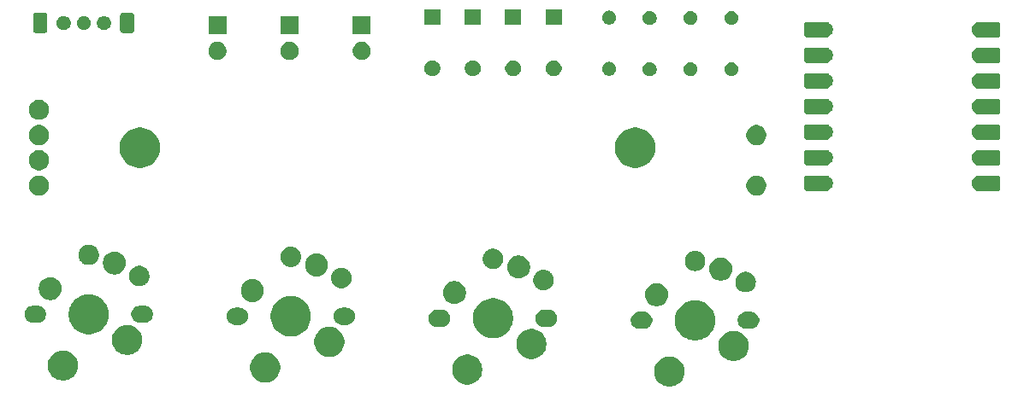
<source format=gts>
%TF.GenerationSoftware,KiCad,Pcbnew,9.0.4-1.fc42app3*%
%TF.CreationDate,2025-10-17T06:38:32+02:00*%
%TF.ProjectId,ccc_macropad,6363635f-6d61-4637-926f-7061642e6b69,rev?*%
%TF.SameCoordinates,Original*%
%TF.FileFunction,Soldermask,Top*%
%TF.FilePolarity,Negative*%
%FSLAX46Y46*%
G04 Gerber Fmt 4.6, Leading zero omitted, Abs format (unit mm)*
G04 Created by KiCad (PCBNEW 9.0.4-1.fc42app3) date 2025-10-17 06:38:32*
%MOMM*%
%LPD*%
G01*
G04 APERTURE LIST*
G04 APERTURE END LIST*
G36*
X177310168Y-73621445D02*
G01*
X177534025Y-73694181D01*
X177743748Y-73801040D01*
X177934172Y-73939391D01*
X178100609Y-74105828D01*
X178238960Y-74296252D01*
X178345819Y-74505975D01*
X178418555Y-74729832D01*
X178455376Y-74962311D01*
X178455376Y-75197689D01*
X178418555Y-75430168D01*
X178345819Y-75654025D01*
X178238960Y-75863748D01*
X178100609Y-76054172D01*
X177934172Y-76220609D01*
X177743748Y-76358960D01*
X177534025Y-76465819D01*
X177310168Y-76538555D01*
X177077689Y-76575376D01*
X176842311Y-76575376D01*
X176609832Y-76538555D01*
X176385975Y-76465819D01*
X176176252Y-76358960D01*
X175985828Y-76220609D01*
X175819391Y-76054172D01*
X175681040Y-75863748D01*
X175574181Y-75654025D01*
X175501445Y-75430168D01*
X175464624Y-75197689D01*
X175464624Y-74962311D01*
X175501445Y-74729832D01*
X175574181Y-74505975D01*
X175681040Y-74296252D01*
X175819391Y-74105828D01*
X175985828Y-73939391D01*
X176176252Y-73801040D01*
X176385975Y-73694181D01*
X176609832Y-73621445D01*
X176842311Y-73584624D01*
X177077689Y-73584624D01*
X177310168Y-73621445D01*
G37*
G36*
X157306835Y-73421445D02*
G01*
X157530692Y-73494181D01*
X157740415Y-73601040D01*
X157930839Y-73739391D01*
X158097276Y-73905828D01*
X158235627Y-74096252D01*
X158342486Y-74305975D01*
X158415222Y-74529832D01*
X158452043Y-74762311D01*
X158452043Y-74997689D01*
X158415222Y-75230168D01*
X158342486Y-75454025D01*
X158235627Y-75663748D01*
X158097276Y-75854172D01*
X157930839Y-76020609D01*
X157740415Y-76158960D01*
X157530692Y-76265819D01*
X157306835Y-76338555D01*
X157074356Y-76375376D01*
X156838978Y-76375376D01*
X156606499Y-76338555D01*
X156382642Y-76265819D01*
X156172919Y-76158960D01*
X155982495Y-76020609D01*
X155816058Y-75854172D01*
X155677707Y-75663748D01*
X155570848Y-75454025D01*
X155498112Y-75230168D01*
X155461291Y-74997689D01*
X155461291Y-74762311D01*
X155498112Y-74529832D01*
X155570848Y-74305975D01*
X155677707Y-74096252D01*
X155816058Y-73905828D01*
X155982495Y-73739391D01*
X156172919Y-73601040D01*
X156382642Y-73494181D01*
X156606499Y-73421445D01*
X156838978Y-73384624D01*
X157074356Y-73384624D01*
X157306835Y-73421445D01*
G37*
G36*
X137303501Y-73221445D02*
G01*
X137527358Y-73294181D01*
X137737081Y-73401040D01*
X137927505Y-73539391D01*
X138093942Y-73705828D01*
X138232293Y-73896252D01*
X138339152Y-74105975D01*
X138411888Y-74329832D01*
X138448709Y-74562311D01*
X138448709Y-74797689D01*
X138411888Y-75030168D01*
X138339152Y-75254025D01*
X138232293Y-75463748D01*
X138093942Y-75654172D01*
X137927505Y-75820609D01*
X137737081Y-75958960D01*
X137527358Y-76065819D01*
X137303501Y-76138555D01*
X137071022Y-76175376D01*
X136835644Y-76175376D01*
X136603165Y-76138555D01*
X136379308Y-76065819D01*
X136169585Y-75958960D01*
X135979161Y-75820609D01*
X135812724Y-75654172D01*
X135674373Y-75463748D01*
X135567514Y-75254025D01*
X135494778Y-75030168D01*
X135457957Y-74797689D01*
X135457957Y-74562311D01*
X135494778Y-74329832D01*
X135567514Y-74105975D01*
X135674373Y-73896252D01*
X135812724Y-73705828D01*
X135979161Y-73539391D01*
X136169585Y-73401040D01*
X136379308Y-73294181D01*
X136603165Y-73221445D01*
X136835644Y-73184624D01*
X137071022Y-73184624D01*
X137303501Y-73221445D01*
G37*
G36*
X117300168Y-73021445D02*
G01*
X117524025Y-73094181D01*
X117733748Y-73201040D01*
X117924172Y-73339391D01*
X118090609Y-73505828D01*
X118228960Y-73696252D01*
X118335819Y-73905975D01*
X118408555Y-74129832D01*
X118445376Y-74362311D01*
X118445376Y-74597689D01*
X118408555Y-74830168D01*
X118335819Y-75054025D01*
X118228960Y-75263748D01*
X118090609Y-75454172D01*
X117924172Y-75620609D01*
X117733748Y-75758960D01*
X117524025Y-75865819D01*
X117300168Y-75938555D01*
X117067689Y-75975376D01*
X116832311Y-75975376D01*
X116599832Y-75938555D01*
X116375975Y-75865819D01*
X116166252Y-75758960D01*
X115975828Y-75620609D01*
X115809391Y-75454172D01*
X115671040Y-75263748D01*
X115564181Y-75054025D01*
X115491445Y-74830168D01*
X115454624Y-74597689D01*
X115454624Y-74362311D01*
X115491445Y-74129832D01*
X115564181Y-73905975D01*
X115671040Y-73696252D01*
X115809391Y-73505828D01*
X115975828Y-73339391D01*
X116166252Y-73201040D01*
X116375975Y-73094181D01*
X116599832Y-73021445D01*
X116832311Y-72984624D01*
X117067689Y-72984624D01*
X117300168Y-73021445D01*
G37*
G36*
X183660168Y-71081445D02*
G01*
X183884025Y-71154181D01*
X184093748Y-71261040D01*
X184284172Y-71399391D01*
X184450609Y-71565828D01*
X184588960Y-71756252D01*
X184695819Y-71965975D01*
X184768555Y-72189832D01*
X184805376Y-72422311D01*
X184805376Y-72657689D01*
X184768555Y-72890168D01*
X184695819Y-73114025D01*
X184588960Y-73323748D01*
X184450609Y-73514172D01*
X184284172Y-73680609D01*
X184093748Y-73818960D01*
X183884025Y-73925819D01*
X183660168Y-73998555D01*
X183427689Y-74035376D01*
X183192311Y-74035376D01*
X182959832Y-73998555D01*
X182735975Y-73925819D01*
X182526252Y-73818960D01*
X182335828Y-73680609D01*
X182169391Y-73514172D01*
X182031040Y-73323748D01*
X181924181Y-73114025D01*
X181851445Y-72890168D01*
X181814624Y-72657689D01*
X181814624Y-72422311D01*
X181851445Y-72189832D01*
X181924181Y-71965975D01*
X182031040Y-71756252D01*
X182169391Y-71565828D01*
X182335828Y-71399391D01*
X182526252Y-71261040D01*
X182735975Y-71154181D01*
X182959832Y-71081445D01*
X183192311Y-71044624D01*
X183427689Y-71044624D01*
X183660168Y-71081445D01*
G37*
G36*
X163656835Y-70881445D02*
G01*
X163880692Y-70954181D01*
X164090415Y-71061040D01*
X164280839Y-71199391D01*
X164447276Y-71365828D01*
X164585627Y-71556252D01*
X164692486Y-71765975D01*
X164765222Y-71989832D01*
X164802043Y-72222311D01*
X164802043Y-72457689D01*
X164765222Y-72690168D01*
X164692486Y-72914025D01*
X164585627Y-73123748D01*
X164447276Y-73314172D01*
X164280839Y-73480609D01*
X164090415Y-73618960D01*
X163880692Y-73725819D01*
X163656835Y-73798555D01*
X163424356Y-73835376D01*
X163188978Y-73835376D01*
X162956499Y-73798555D01*
X162732642Y-73725819D01*
X162522919Y-73618960D01*
X162332495Y-73480609D01*
X162166058Y-73314172D01*
X162027707Y-73123748D01*
X161920848Y-72914025D01*
X161848112Y-72690168D01*
X161811291Y-72457689D01*
X161811291Y-72222311D01*
X161848112Y-71989832D01*
X161920848Y-71765975D01*
X162027707Y-71556252D01*
X162166058Y-71365828D01*
X162332495Y-71199391D01*
X162522919Y-71061040D01*
X162732642Y-70954181D01*
X162956499Y-70881445D01*
X163188978Y-70844624D01*
X163424356Y-70844624D01*
X163656835Y-70881445D01*
G37*
G36*
X143653501Y-70681445D02*
G01*
X143877358Y-70754181D01*
X144087081Y-70861040D01*
X144277505Y-70999391D01*
X144443942Y-71165828D01*
X144582293Y-71356252D01*
X144689152Y-71565975D01*
X144761888Y-71789832D01*
X144798709Y-72022311D01*
X144798709Y-72257689D01*
X144761888Y-72490168D01*
X144689152Y-72714025D01*
X144582293Y-72923748D01*
X144443942Y-73114172D01*
X144277505Y-73280609D01*
X144087081Y-73418960D01*
X143877358Y-73525819D01*
X143653501Y-73598555D01*
X143421022Y-73635376D01*
X143185644Y-73635376D01*
X142953165Y-73598555D01*
X142729308Y-73525819D01*
X142519585Y-73418960D01*
X142329161Y-73280609D01*
X142162724Y-73114172D01*
X142024373Y-72923748D01*
X141917514Y-72714025D01*
X141844778Y-72490168D01*
X141807957Y-72257689D01*
X141807957Y-72022311D01*
X141844778Y-71789832D01*
X141917514Y-71565975D01*
X142024373Y-71356252D01*
X142162724Y-71165828D01*
X142329161Y-70999391D01*
X142519585Y-70861040D01*
X142729308Y-70754181D01*
X142953165Y-70681445D01*
X143185644Y-70644624D01*
X143421022Y-70644624D01*
X143653501Y-70681445D01*
G37*
G36*
X123650168Y-70481445D02*
G01*
X123874025Y-70554181D01*
X124083748Y-70661040D01*
X124274172Y-70799391D01*
X124440609Y-70965828D01*
X124578960Y-71156252D01*
X124685819Y-71365975D01*
X124758555Y-71589832D01*
X124795376Y-71822311D01*
X124795376Y-72057689D01*
X124758555Y-72290168D01*
X124685819Y-72514025D01*
X124578960Y-72723748D01*
X124440609Y-72914172D01*
X124274172Y-73080609D01*
X124083748Y-73218960D01*
X123874025Y-73325819D01*
X123650168Y-73398555D01*
X123417689Y-73435376D01*
X123182311Y-73435376D01*
X122949832Y-73398555D01*
X122725975Y-73325819D01*
X122516252Y-73218960D01*
X122325828Y-73080609D01*
X122159391Y-72914172D01*
X122021040Y-72723748D01*
X121914181Y-72514025D01*
X121841445Y-72290168D01*
X121804624Y-72057689D01*
X121804624Y-71822311D01*
X121841445Y-71589832D01*
X121914181Y-71365975D01*
X122021040Y-71156252D01*
X122159391Y-70965828D01*
X122325828Y-70799391D01*
X122516252Y-70661040D01*
X122725975Y-70554181D01*
X122949832Y-70481445D01*
X123182311Y-70444624D01*
X123417689Y-70444624D01*
X123650168Y-70481445D01*
G37*
G36*
X179888991Y-68044412D02*
G01*
X180140918Y-68111916D01*
X180381879Y-68211725D01*
X180607751Y-68342133D01*
X180814670Y-68500907D01*
X180999093Y-68685330D01*
X181157867Y-68892249D01*
X181288275Y-69118121D01*
X181388084Y-69359082D01*
X181455588Y-69611009D01*
X181489631Y-69869593D01*
X181489631Y-70130407D01*
X181455588Y-70388991D01*
X181388084Y-70640918D01*
X181288275Y-70881879D01*
X181157867Y-71107751D01*
X180999093Y-71314670D01*
X180814670Y-71499093D01*
X180607751Y-71657867D01*
X180381879Y-71788275D01*
X180140918Y-71888084D01*
X179888991Y-71955588D01*
X179630407Y-71989631D01*
X179369593Y-71989631D01*
X179111009Y-71955588D01*
X178859082Y-71888084D01*
X178618121Y-71788275D01*
X178392249Y-71657867D01*
X178185330Y-71499093D01*
X178000907Y-71314670D01*
X177842133Y-71107751D01*
X177711725Y-70881879D01*
X177611916Y-70640918D01*
X177544412Y-70388991D01*
X177510369Y-70130407D01*
X177510369Y-69869593D01*
X177544412Y-69611009D01*
X177611916Y-69359082D01*
X177711725Y-69118121D01*
X177842133Y-68892249D01*
X178000907Y-68685330D01*
X178185330Y-68500907D01*
X178392249Y-68342133D01*
X178618121Y-68211725D01*
X178859082Y-68111916D01*
X179111009Y-68044412D01*
X179369593Y-68010369D01*
X179630407Y-68010369D01*
X179888991Y-68044412D01*
G37*
G36*
X159885658Y-67844412D02*
G01*
X160137585Y-67911916D01*
X160378546Y-68011725D01*
X160604418Y-68142133D01*
X160811337Y-68300907D01*
X160995760Y-68485330D01*
X161154534Y-68692249D01*
X161284942Y-68918121D01*
X161384751Y-69159082D01*
X161452255Y-69411009D01*
X161486298Y-69669593D01*
X161486298Y-69930407D01*
X161452255Y-70188991D01*
X161384751Y-70440918D01*
X161284942Y-70681879D01*
X161154534Y-70907751D01*
X160995760Y-71114670D01*
X160811337Y-71299093D01*
X160604418Y-71457867D01*
X160378546Y-71588275D01*
X160137585Y-71688084D01*
X159885658Y-71755588D01*
X159627074Y-71789631D01*
X159366260Y-71789631D01*
X159107676Y-71755588D01*
X158855749Y-71688084D01*
X158614788Y-71588275D01*
X158388916Y-71457867D01*
X158181997Y-71299093D01*
X157997574Y-71114670D01*
X157838800Y-70907751D01*
X157708392Y-70681879D01*
X157608583Y-70440918D01*
X157541079Y-70188991D01*
X157507036Y-69930407D01*
X157507036Y-69669593D01*
X157541079Y-69411009D01*
X157608583Y-69159082D01*
X157708392Y-68918121D01*
X157838800Y-68692249D01*
X157997574Y-68485330D01*
X158181997Y-68300907D01*
X158388916Y-68142133D01*
X158614788Y-68011725D01*
X158855749Y-67911916D01*
X159107676Y-67844412D01*
X159366260Y-67810369D01*
X159627074Y-67810369D01*
X159885658Y-67844412D01*
G37*
G36*
X139882324Y-67644412D02*
G01*
X140134251Y-67711916D01*
X140375212Y-67811725D01*
X140601084Y-67942133D01*
X140808003Y-68100907D01*
X140992426Y-68285330D01*
X141151200Y-68492249D01*
X141281608Y-68718121D01*
X141381417Y-68959082D01*
X141448921Y-69211009D01*
X141482964Y-69469593D01*
X141482964Y-69730407D01*
X141448921Y-69988991D01*
X141381417Y-70240918D01*
X141281608Y-70481879D01*
X141151200Y-70707751D01*
X140992426Y-70914670D01*
X140808003Y-71099093D01*
X140601084Y-71257867D01*
X140375212Y-71388275D01*
X140134251Y-71488084D01*
X139882324Y-71555588D01*
X139623740Y-71589631D01*
X139362926Y-71589631D01*
X139104342Y-71555588D01*
X138852415Y-71488084D01*
X138611454Y-71388275D01*
X138385582Y-71257867D01*
X138178663Y-71099093D01*
X137994240Y-70914670D01*
X137835466Y-70707751D01*
X137705058Y-70481879D01*
X137605249Y-70240918D01*
X137537745Y-69988991D01*
X137503702Y-69730407D01*
X137503702Y-69469593D01*
X137537745Y-69211009D01*
X137605249Y-68959082D01*
X137705058Y-68718121D01*
X137835466Y-68492249D01*
X137994240Y-68285330D01*
X138178663Y-68100907D01*
X138385582Y-67942133D01*
X138611454Y-67811725D01*
X138852415Y-67711916D01*
X139104342Y-67644412D01*
X139362926Y-67610369D01*
X139623740Y-67610369D01*
X139882324Y-67644412D01*
G37*
G36*
X119878991Y-67444412D02*
G01*
X120130918Y-67511916D01*
X120371879Y-67611725D01*
X120597751Y-67742133D01*
X120804670Y-67900907D01*
X120989093Y-68085330D01*
X121147867Y-68292249D01*
X121278275Y-68518121D01*
X121378084Y-68759082D01*
X121445588Y-69011009D01*
X121479631Y-69269593D01*
X121479631Y-69530407D01*
X121445588Y-69788991D01*
X121378084Y-70040918D01*
X121278275Y-70281879D01*
X121147867Y-70507751D01*
X120989093Y-70714670D01*
X120804670Y-70899093D01*
X120597751Y-71057867D01*
X120371879Y-71188275D01*
X120130918Y-71288084D01*
X119878991Y-71355588D01*
X119620407Y-71389631D01*
X119359593Y-71389631D01*
X119101009Y-71355588D01*
X118849082Y-71288084D01*
X118608121Y-71188275D01*
X118382249Y-71057867D01*
X118175330Y-70899093D01*
X117990907Y-70714670D01*
X117832133Y-70507751D01*
X117701725Y-70281879D01*
X117601916Y-70040918D01*
X117534412Y-69788991D01*
X117500369Y-69530407D01*
X117500369Y-69269593D01*
X117534412Y-69011009D01*
X117601916Y-68759082D01*
X117701725Y-68518121D01*
X117832133Y-68292249D01*
X117990907Y-68085330D01*
X118175330Y-67900907D01*
X118382249Y-67742133D01*
X118608121Y-67611725D01*
X118849082Y-67511916D01*
X119101009Y-67444412D01*
X119359593Y-67410369D01*
X119620407Y-67410369D01*
X119878991Y-67444412D01*
G37*
G36*
X174511603Y-69153197D02*
G01*
X174675203Y-69185739D01*
X174829311Y-69249573D01*
X174968005Y-69342245D01*
X175085955Y-69460195D01*
X175178627Y-69598889D01*
X175242461Y-69752997D01*
X175275003Y-69916597D01*
X175275003Y-70083403D01*
X175242461Y-70247003D01*
X175178627Y-70401111D01*
X175085955Y-70539805D01*
X174968005Y-70657755D01*
X174829311Y-70750427D01*
X174675203Y-70814261D01*
X174511603Y-70846803D01*
X174428200Y-70850900D01*
X174426722Y-70850900D01*
X173981478Y-70850900D01*
X173980000Y-70850900D01*
X173896597Y-70846803D01*
X173732997Y-70814261D01*
X173578889Y-70750427D01*
X173440195Y-70657755D01*
X173322245Y-70539805D01*
X173229573Y-70401111D01*
X173165739Y-70247003D01*
X173133197Y-70083403D01*
X173133197Y-69916597D01*
X173165739Y-69752997D01*
X173229573Y-69598889D01*
X173322245Y-69460195D01*
X173440195Y-69342245D01*
X173578889Y-69249573D01*
X173732997Y-69185739D01*
X173896597Y-69153197D01*
X173980000Y-69149100D01*
X174428200Y-69149100D01*
X174511603Y-69153197D01*
G37*
G36*
X185090703Y-69153197D02*
G01*
X185254303Y-69185739D01*
X185408411Y-69249573D01*
X185547105Y-69342245D01*
X185665055Y-69460195D01*
X185757727Y-69598889D01*
X185821561Y-69752997D01*
X185854103Y-69916597D01*
X185854103Y-70083403D01*
X185821561Y-70247003D01*
X185757727Y-70401111D01*
X185665055Y-70539805D01*
X185547105Y-70657755D01*
X185408411Y-70750427D01*
X185254303Y-70814261D01*
X185090703Y-70846803D01*
X185007300Y-70850900D01*
X185005822Y-70850900D01*
X184560578Y-70850900D01*
X184559100Y-70850900D01*
X184475697Y-70846803D01*
X184312097Y-70814261D01*
X184157989Y-70750427D01*
X184019295Y-70657755D01*
X183901345Y-70539805D01*
X183808673Y-70401111D01*
X183744839Y-70247003D01*
X183712297Y-70083403D01*
X183712297Y-69916597D01*
X183744839Y-69752997D01*
X183808673Y-69598889D01*
X183901345Y-69460195D01*
X184019295Y-69342245D01*
X184157989Y-69249573D01*
X184312097Y-69185739D01*
X184475697Y-69153197D01*
X184559100Y-69149100D01*
X185007300Y-69149100D01*
X185090703Y-69153197D01*
G37*
G36*
X154508270Y-68953197D02*
G01*
X154671870Y-68985739D01*
X154825978Y-69049573D01*
X154964672Y-69142245D01*
X155082622Y-69260195D01*
X155175294Y-69398889D01*
X155239128Y-69552997D01*
X155271670Y-69716597D01*
X155271670Y-69883403D01*
X155239128Y-70047003D01*
X155175294Y-70201111D01*
X155082622Y-70339805D01*
X154964672Y-70457755D01*
X154825978Y-70550427D01*
X154671870Y-70614261D01*
X154508270Y-70646803D01*
X154424867Y-70650900D01*
X154423389Y-70650900D01*
X153978145Y-70650900D01*
X153976667Y-70650900D01*
X153893264Y-70646803D01*
X153729664Y-70614261D01*
X153575556Y-70550427D01*
X153436862Y-70457755D01*
X153318912Y-70339805D01*
X153226240Y-70201111D01*
X153162406Y-70047003D01*
X153129864Y-69883403D01*
X153129864Y-69716597D01*
X153162406Y-69552997D01*
X153226240Y-69398889D01*
X153318912Y-69260195D01*
X153436862Y-69142245D01*
X153575556Y-69049573D01*
X153729664Y-68985739D01*
X153893264Y-68953197D01*
X153976667Y-68949100D01*
X154424867Y-68949100D01*
X154508270Y-68953197D01*
G37*
G36*
X165087370Y-68953197D02*
G01*
X165250970Y-68985739D01*
X165405078Y-69049573D01*
X165543772Y-69142245D01*
X165661722Y-69260195D01*
X165754394Y-69398889D01*
X165818228Y-69552997D01*
X165850770Y-69716597D01*
X165850770Y-69883403D01*
X165818228Y-70047003D01*
X165754394Y-70201111D01*
X165661722Y-70339805D01*
X165543772Y-70457755D01*
X165405078Y-70550427D01*
X165250970Y-70614261D01*
X165087370Y-70646803D01*
X165003967Y-70650900D01*
X165002489Y-70650900D01*
X164557245Y-70650900D01*
X164555767Y-70650900D01*
X164472364Y-70646803D01*
X164308764Y-70614261D01*
X164154656Y-70550427D01*
X164015962Y-70457755D01*
X163898012Y-70339805D01*
X163805340Y-70201111D01*
X163741506Y-70047003D01*
X163708964Y-69883403D01*
X163708964Y-69716597D01*
X163741506Y-69552997D01*
X163805340Y-69398889D01*
X163898012Y-69260195D01*
X164015962Y-69142245D01*
X164154656Y-69049573D01*
X164308764Y-68985739D01*
X164472364Y-68953197D01*
X164555767Y-68949100D01*
X165003967Y-68949100D01*
X165087370Y-68953197D01*
G37*
G36*
X134504936Y-68753197D02*
G01*
X134668536Y-68785739D01*
X134822644Y-68849573D01*
X134961338Y-68942245D01*
X135079288Y-69060195D01*
X135171960Y-69198889D01*
X135235794Y-69352997D01*
X135268336Y-69516597D01*
X135268336Y-69683403D01*
X135235794Y-69847003D01*
X135171960Y-70001111D01*
X135079288Y-70139805D01*
X134961338Y-70257755D01*
X134822644Y-70350427D01*
X134668536Y-70414261D01*
X134504936Y-70446803D01*
X134421533Y-70450900D01*
X134420055Y-70450900D01*
X133974811Y-70450900D01*
X133973333Y-70450900D01*
X133889930Y-70446803D01*
X133726330Y-70414261D01*
X133572222Y-70350427D01*
X133433528Y-70257755D01*
X133315578Y-70139805D01*
X133222906Y-70001111D01*
X133159072Y-69847003D01*
X133126530Y-69683403D01*
X133126530Y-69516597D01*
X133159072Y-69352997D01*
X133222906Y-69198889D01*
X133315578Y-69060195D01*
X133433528Y-68942245D01*
X133572222Y-68849573D01*
X133726330Y-68785739D01*
X133889930Y-68753197D01*
X133973333Y-68749100D01*
X134421533Y-68749100D01*
X134504936Y-68753197D01*
G37*
G36*
X145084036Y-68753197D02*
G01*
X145247636Y-68785739D01*
X145401744Y-68849573D01*
X145540438Y-68942245D01*
X145658388Y-69060195D01*
X145751060Y-69198889D01*
X145814894Y-69352997D01*
X145847436Y-69516597D01*
X145847436Y-69683403D01*
X145814894Y-69847003D01*
X145751060Y-70001111D01*
X145658388Y-70139805D01*
X145540438Y-70257755D01*
X145401744Y-70350427D01*
X145247636Y-70414261D01*
X145084036Y-70446803D01*
X145000633Y-70450900D01*
X144999155Y-70450900D01*
X144553911Y-70450900D01*
X144552433Y-70450900D01*
X144469030Y-70446803D01*
X144305430Y-70414261D01*
X144151322Y-70350427D01*
X144012628Y-70257755D01*
X143894678Y-70139805D01*
X143802006Y-70001111D01*
X143738172Y-69847003D01*
X143705630Y-69683403D01*
X143705630Y-69516597D01*
X143738172Y-69352997D01*
X143802006Y-69198889D01*
X143894678Y-69060195D01*
X144012628Y-68942245D01*
X144151322Y-68849573D01*
X144305430Y-68785739D01*
X144469030Y-68753197D01*
X144552433Y-68749100D01*
X145000633Y-68749100D01*
X145084036Y-68753197D01*
G37*
G36*
X114501603Y-68553197D02*
G01*
X114665203Y-68585739D01*
X114819311Y-68649573D01*
X114958005Y-68742245D01*
X115075955Y-68860195D01*
X115168627Y-68998889D01*
X115232461Y-69152997D01*
X115265003Y-69316597D01*
X115265003Y-69483403D01*
X115232461Y-69647003D01*
X115168627Y-69801111D01*
X115075955Y-69939805D01*
X114958005Y-70057755D01*
X114819311Y-70150427D01*
X114665203Y-70214261D01*
X114501603Y-70246803D01*
X114418200Y-70250900D01*
X114416722Y-70250900D01*
X113971478Y-70250900D01*
X113970000Y-70250900D01*
X113886597Y-70246803D01*
X113722997Y-70214261D01*
X113568889Y-70150427D01*
X113430195Y-70057755D01*
X113312245Y-69939805D01*
X113219573Y-69801111D01*
X113155739Y-69647003D01*
X113123197Y-69483403D01*
X113123197Y-69316597D01*
X113155739Y-69152997D01*
X113219573Y-68998889D01*
X113312245Y-68860195D01*
X113430195Y-68742245D01*
X113568889Y-68649573D01*
X113722997Y-68585739D01*
X113886597Y-68553197D01*
X113970000Y-68549100D01*
X114418200Y-68549100D01*
X114501603Y-68553197D01*
G37*
G36*
X125080703Y-68553197D02*
G01*
X125244303Y-68585739D01*
X125398411Y-68649573D01*
X125537105Y-68742245D01*
X125655055Y-68860195D01*
X125747727Y-68998889D01*
X125811561Y-69152997D01*
X125844103Y-69316597D01*
X125844103Y-69483403D01*
X125811561Y-69647003D01*
X125747727Y-69801111D01*
X125655055Y-69939805D01*
X125537105Y-70057755D01*
X125398411Y-70150427D01*
X125244303Y-70214261D01*
X125080703Y-70246803D01*
X124997300Y-70250900D01*
X124995822Y-70250900D01*
X124550578Y-70250900D01*
X124549100Y-70250900D01*
X124465697Y-70246803D01*
X124302097Y-70214261D01*
X124147989Y-70150427D01*
X124009295Y-70057755D01*
X123891345Y-69939805D01*
X123798673Y-69801111D01*
X123734839Y-69647003D01*
X123702297Y-69483403D01*
X123702297Y-69316597D01*
X123734839Y-69152997D01*
X123798673Y-68998889D01*
X123891345Y-68860195D01*
X124009295Y-68742245D01*
X124147989Y-68649573D01*
X124302097Y-68585739D01*
X124465697Y-68553197D01*
X124549100Y-68549100D01*
X124997300Y-68549100D01*
X125080703Y-68553197D01*
G37*
G36*
X175956828Y-66348581D02*
G01*
X176127407Y-66404006D01*
X176287216Y-66485432D01*
X176432319Y-66590856D01*
X176559144Y-66717681D01*
X176664568Y-66862784D01*
X176745994Y-67022593D01*
X176801419Y-67193172D01*
X176829477Y-67370321D01*
X176829477Y-67549679D01*
X176801419Y-67726828D01*
X176745994Y-67897407D01*
X176664568Y-68057216D01*
X176559144Y-68202319D01*
X176432319Y-68329144D01*
X176287216Y-68434568D01*
X176127407Y-68515994D01*
X175956828Y-68571419D01*
X175779679Y-68599477D01*
X175600321Y-68599477D01*
X175423172Y-68571419D01*
X175252593Y-68515994D01*
X175092784Y-68434568D01*
X174947681Y-68329144D01*
X174820856Y-68202319D01*
X174715432Y-68057216D01*
X174634006Y-67897407D01*
X174578581Y-67726828D01*
X174550523Y-67549679D01*
X174550523Y-67370321D01*
X174578581Y-67193172D01*
X174634006Y-67022593D01*
X174715432Y-66862784D01*
X174820856Y-66717681D01*
X174947681Y-66590856D01*
X175092784Y-66485432D01*
X175252593Y-66404006D01*
X175423172Y-66348581D01*
X175600321Y-66320523D01*
X175779679Y-66320523D01*
X175956828Y-66348581D01*
G37*
G36*
X155953495Y-66148581D02*
G01*
X156124074Y-66204006D01*
X156283883Y-66285432D01*
X156428986Y-66390856D01*
X156555811Y-66517681D01*
X156661235Y-66662784D01*
X156742661Y-66822593D01*
X156798086Y-66993172D01*
X156826144Y-67170321D01*
X156826144Y-67349679D01*
X156798086Y-67526828D01*
X156742661Y-67697407D01*
X156661235Y-67857216D01*
X156555811Y-68002319D01*
X156428986Y-68129144D01*
X156283883Y-68234568D01*
X156124074Y-68315994D01*
X155953495Y-68371419D01*
X155776346Y-68399477D01*
X155596988Y-68399477D01*
X155419839Y-68371419D01*
X155249260Y-68315994D01*
X155089451Y-68234568D01*
X154944348Y-68129144D01*
X154817523Y-68002319D01*
X154712099Y-67857216D01*
X154630673Y-67697407D01*
X154575248Y-67526828D01*
X154547190Y-67349679D01*
X154547190Y-67170321D01*
X154575248Y-66993172D01*
X154630673Y-66822593D01*
X154712099Y-66662784D01*
X154817523Y-66517681D01*
X154944348Y-66390856D01*
X155089451Y-66285432D01*
X155249260Y-66204006D01*
X155419839Y-66148581D01*
X155596988Y-66120523D01*
X155776346Y-66120523D01*
X155953495Y-66148581D01*
G37*
G36*
X135950161Y-65948581D02*
G01*
X136120740Y-66004006D01*
X136280549Y-66085432D01*
X136425652Y-66190856D01*
X136552477Y-66317681D01*
X136657901Y-66462784D01*
X136739327Y-66622593D01*
X136794752Y-66793172D01*
X136822810Y-66970321D01*
X136822810Y-67149679D01*
X136794752Y-67326828D01*
X136739327Y-67497407D01*
X136657901Y-67657216D01*
X136552477Y-67802319D01*
X136425652Y-67929144D01*
X136280549Y-68034568D01*
X136120740Y-68115994D01*
X135950161Y-68171419D01*
X135773012Y-68199477D01*
X135593654Y-68199477D01*
X135416505Y-68171419D01*
X135245926Y-68115994D01*
X135086117Y-68034568D01*
X134941014Y-67929144D01*
X134814189Y-67802319D01*
X134708765Y-67657216D01*
X134627339Y-67497407D01*
X134571914Y-67326828D01*
X134543856Y-67149679D01*
X134543856Y-66970321D01*
X134571914Y-66793172D01*
X134627339Y-66622593D01*
X134708765Y-66462784D01*
X134814189Y-66317681D01*
X134941014Y-66190856D01*
X135086117Y-66085432D01*
X135245926Y-66004006D01*
X135416505Y-65948581D01*
X135593654Y-65920523D01*
X135773012Y-65920523D01*
X135950161Y-65948581D01*
G37*
G36*
X115946828Y-65748581D02*
G01*
X116117407Y-65804006D01*
X116277216Y-65885432D01*
X116422319Y-65990856D01*
X116549144Y-66117681D01*
X116654568Y-66262784D01*
X116735994Y-66422593D01*
X116791419Y-66593172D01*
X116819477Y-66770321D01*
X116819477Y-66949679D01*
X116791419Y-67126828D01*
X116735994Y-67297407D01*
X116654568Y-67457216D01*
X116549144Y-67602319D01*
X116422319Y-67729144D01*
X116277216Y-67834568D01*
X116117407Y-67915994D01*
X115946828Y-67971419D01*
X115769679Y-67999477D01*
X115590321Y-67999477D01*
X115413172Y-67971419D01*
X115242593Y-67915994D01*
X115082784Y-67834568D01*
X114937681Y-67729144D01*
X114810856Y-67602319D01*
X114705432Y-67457216D01*
X114624006Y-67297407D01*
X114568581Y-67126828D01*
X114540523Y-66949679D01*
X114540523Y-66770321D01*
X114568581Y-66593172D01*
X114624006Y-66422593D01*
X114705432Y-66262784D01*
X114810856Y-66117681D01*
X114937681Y-65990856D01*
X115082784Y-65885432D01*
X115242593Y-65804006D01*
X115413172Y-65748581D01*
X115590321Y-65720523D01*
X115769679Y-65720523D01*
X115946828Y-65748581D01*
G37*
G36*
X184589646Y-65188892D02*
G01*
X184599585Y-65188892D01*
X184638420Y-65196617D01*
X184737137Y-65212252D01*
X184768891Y-65222569D01*
X184794929Y-65227749D01*
X184831674Y-65242969D01*
X184888730Y-65261508D01*
X184942180Y-65288742D01*
X184978939Y-65303968D01*
X185001022Y-65318723D01*
X185030763Y-65333877D01*
X185111600Y-65392609D01*
X185144544Y-65414621D01*
X185151575Y-65421652D01*
X185159716Y-65427567D01*
X185272432Y-65540283D01*
X185278346Y-65548423D01*
X185285379Y-65555456D01*
X185307393Y-65588403D01*
X185366122Y-65669236D01*
X185381274Y-65698974D01*
X185396032Y-65721061D01*
X185411259Y-65757824D01*
X185438491Y-65811269D01*
X185457027Y-65868318D01*
X185472251Y-65905071D01*
X185477431Y-65931114D01*
X185487747Y-65962862D01*
X185503381Y-66061571D01*
X185511108Y-66100415D01*
X185511108Y-66110354D01*
X185512683Y-66120298D01*
X185512683Y-66279701D01*
X185511108Y-66289644D01*
X185511108Y-66299585D01*
X185503380Y-66338432D01*
X185487747Y-66437137D01*
X185477431Y-66468883D01*
X185472251Y-66494929D01*
X185457026Y-66531685D01*
X185438491Y-66588730D01*
X185411262Y-66642169D01*
X185396032Y-66678939D01*
X185381272Y-66701028D01*
X185366122Y-66730763D01*
X185307402Y-66811583D01*
X185285379Y-66844544D01*
X185278343Y-66851579D01*
X185272432Y-66859716D01*
X185159716Y-66972432D01*
X185151579Y-66978343D01*
X185144544Y-66985379D01*
X185111583Y-67007402D01*
X185030763Y-67066122D01*
X185001028Y-67081272D01*
X184978939Y-67096032D01*
X184942169Y-67111262D01*
X184888730Y-67138491D01*
X184831685Y-67157026D01*
X184794929Y-67172251D01*
X184768883Y-67177431D01*
X184737137Y-67187747D01*
X184638429Y-67203381D01*
X184599585Y-67211108D01*
X184589646Y-67211108D01*
X184579702Y-67212683D01*
X184420298Y-67212683D01*
X184410354Y-67211108D01*
X184400415Y-67211108D01*
X184361571Y-67203381D01*
X184262862Y-67187747D01*
X184231114Y-67177431D01*
X184205071Y-67172251D01*
X184168318Y-67157027D01*
X184111269Y-67138491D01*
X184057824Y-67111259D01*
X184021061Y-67096032D01*
X183998974Y-67081274D01*
X183969236Y-67066122D01*
X183888403Y-67007393D01*
X183855456Y-66985379D01*
X183848423Y-66978346D01*
X183840283Y-66972432D01*
X183727567Y-66859716D01*
X183721652Y-66851575D01*
X183714621Y-66844544D01*
X183692609Y-66811600D01*
X183633877Y-66730763D01*
X183618723Y-66701022D01*
X183603968Y-66678939D01*
X183588742Y-66642180D01*
X183561508Y-66588730D01*
X183542969Y-66531674D01*
X183527749Y-66494929D01*
X183522569Y-66468891D01*
X183512252Y-66437137D01*
X183496617Y-66338423D01*
X183488892Y-66299585D01*
X183488892Y-66289645D01*
X183487317Y-66279701D01*
X183487317Y-66120298D01*
X183488892Y-66110353D01*
X183488892Y-66100415D01*
X183496616Y-66061580D01*
X183512252Y-65962862D01*
X183522570Y-65931106D01*
X183527749Y-65905071D01*
X183542967Y-65868329D01*
X183561508Y-65811269D01*
X183588744Y-65757814D01*
X183603968Y-65721061D01*
X183618721Y-65698981D01*
X183633877Y-65669236D01*
X183692617Y-65588386D01*
X183714621Y-65555456D01*
X183721650Y-65548426D01*
X183727567Y-65540283D01*
X183840283Y-65427567D01*
X183848426Y-65421650D01*
X183855456Y-65414621D01*
X183888386Y-65392617D01*
X183969236Y-65333877D01*
X183998981Y-65318721D01*
X184021061Y-65303968D01*
X184057814Y-65288744D01*
X184111269Y-65261508D01*
X184168329Y-65242967D01*
X184205071Y-65227749D01*
X184231106Y-65222570D01*
X184262862Y-65212252D01*
X184361580Y-65196616D01*
X184400415Y-65188892D01*
X184410354Y-65188892D01*
X184420298Y-65187317D01*
X184579702Y-65187317D01*
X184589646Y-65188892D01*
G37*
G36*
X164586313Y-64988892D02*
G01*
X164596252Y-64988892D01*
X164635087Y-64996617D01*
X164733804Y-65012252D01*
X164765558Y-65022569D01*
X164791596Y-65027749D01*
X164828341Y-65042969D01*
X164885397Y-65061508D01*
X164938847Y-65088742D01*
X164975606Y-65103968D01*
X164997689Y-65118723D01*
X165027430Y-65133877D01*
X165108267Y-65192609D01*
X165141211Y-65214621D01*
X165148242Y-65221652D01*
X165156383Y-65227567D01*
X165269099Y-65340283D01*
X165275013Y-65348423D01*
X165282046Y-65355456D01*
X165304060Y-65388403D01*
X165362789Y-65469236D01*
X165377941Y-65498974D01*
X165392699Y-65521061D01*
X165407926Y-65557824D01*
X165435158Y-65611269D01*
X165453694Y-65668318D01*
X165468918Y-65705071D01*
X165474098Y-65731114D01*
X165484414Y-65762862D01*
X165500048Y-65861571D01*
X165507775Y-65900415D01*
X165507775Y-65910354D01*
X165509350Y-65920298D01*
X165509350Y-66079701D01*
X165507775Y-66089644D01*
X165507775Y-66099585D01*
X165500047Y-66138432D01*
X165484414Y-66237137D01*
X165474098Y-66268883D01*
X165468918Y-66294929D01*
X165453693Y-66331685D01*
X165435158Y-66388730D01*
X165407929Y-66442169D01*
X165392699Y-66478939D01*
X165377939Y-66501028D01*
X165362789Y-66530763D01*
X165304069Y-66611583D01*
X165282046Y-66644544D01*
X165275010Y-66651579D01*
X165269099Y-66659716D01*
X165156383Y-66772432D01*
X165148246Y-66778343D01*
X165141211Y-66785379D01*
X165108250Y-66807402D01*
X165027430Y-66866122D01*
X164997695Y-66881272D01*
X164975606Y-66896032D01*
X164938836Y-66911262D01*
X164885397Y-66938491D01*
X164828352Y-66957026D01*
X164791596Y-66972251D01*
X164765550Y-66977431D01*
X164733804Y-66987747D01*
X164635096Y-67003381D01*
X164596252Y-67011108D01*
X164586313Y-67011108D01*
X164576369Y-67012683D01*
X164416965Y-67012683D01*
X164407021Y-67011108D01*
X164397082Y-67011108D01*
X164358238Y-67003381D01*
X164259529Y-66987747D01*
X164227781Y-66977431D01*
X164201738Y-66972251D01*
X164164985Y-66957027D01*
X164107936Y-66938491D01*
X164054491Y-66911259D01*
X164017728Y-66896032D01*
X163995641Y-66881274D01*
X163965903Y-66866122D01*
X163885070Y-66807393D01*
X163852123Y-66785379D01*
X163845090Y-66778346D01*
X163836950Y-66772432D01*
X163724234Y-66659716D01*
X163718319Y-66651575D01*
X163711288Y-66644544D01*
X163689276Y-66611600D01*
X163630544Y-66530763D01*
X163615390Y-66501022D01*
X163600635Y-66478939D01*
X163585409Y-66442180D01*
X163558175Y-66388730D01*
X163539636Y-66331674D01*
X163524416Y-66294929D01*
X163519236Y-66268891D01*
X163508919Y-66237137D01*
X163493284Y-66138423D01*
X163485559Y-66099585D01*
X163485559Y-66089645D01*
X163483984Y-66079701D01*
X163483984Y-65920298D01*
X163485559Y-65910353D01*
X163485559Y-65900415D01*
X163493283Y-65861580D01*
X163508919Y-65762862D01*
X163519237Y-65731106D01*
X163524416Y-65705071D01*
X163539634Y-65668329D01*
X163558175Y-65611269D01*
X163585411Y-65557814D01*
X163600635Y-65521061D01*
X163615388Y-65498981D01*
X163630544Y-65469236D01*
X163689284Y-65388386D01*
X163711288Y-65355456D01*
X163718317Y-65348426D01*
X163724234Y-65340283D01*
X163836950Y-65227567D01*
X163845093Y-65221650D01*
X163852123Y-65214621D01*
X163885053Y-65192617D01*
X163965903Y-65133877D01*
X163995648Y-65118721D01*
X164017728Y-65103968D01*
X164054481Y-65088744D01*
X164107936Y-65061508D01*
X164164996Y-65042967D01*
X164201738Y-65027749D01*
X164227773Y-65022570D01*
X164259529Y-65012252D01*
X164358247Y-64996616D01*
X164397082Y-64988892D01*
X164407021Y-64988892D01*
X164416965Y-64987317D01*
X164576369Y-64987317D01*
X164586313Y-64988892D01*
G37*
G36*
X144582979Y-64788892D02*
G01*
X144592918Y-64788892D01*
X144631753Y-64796617D01*
X144730470Y-64812252D01*
X144762224Y-64822569D01*
X144788262Y-64827749D01*
X144825007Y-64842969D01*
X144882063Y-64861508D01*
X144935513Y-64888742D01*
X144972272Y-64903968D01*
X144994355Y-64918723D01*
X145024096Y-64933877D01*
X145104933Y-64992609D01*
X145137877Y-65014621D01*
X145144908Y-65021652D01*
X145153049Y-65027567D01*
X145265765Y-65140283D01*
X145271679Y-65148423D01*
X145278712Y-65155456D01*
X145300726Y-65188403D01*
X145359455Y-65269236D01*
X145374607Y-65298974D01*
X145389365Y-65321061D01*
X145404592Y-65357824D01*
X145431824Y-65411269D01*
X145450360Y-65468318D01*
X145465584Y-65505071D01*
X145470764Y-65531114D01*
X145481080Y-65562862D01*
X145496714Y-65661571D01*
X145504441Y-65700415D01*
X145504441Y-65710354D01*
X145506016Y-65720298D01*
X145506016Y-65879701D01*
X145504441Y-65889644D01*
X145504441Y-65899585D01*
X145496713Y-65938432D01*
X145481080Y-66037137D01*
X145470764Y-66068883D01*
X145465584Y-66094929D01*
X145450359Y-66131685D01*
X145431824Y-66188730D01*
X145404595Y-66242169D01*
X145389365Y-66278939D01*
X145374605Y-66301028D01*
X145359455Y-66330763D01*
X145300735Y-66411583D01*
X145278712Y-66444544D01*
X145271676Y-66451579D01*
X145265765Y-66459716D01*
X145153049Y-66572432D01*
X145144912Y-66578343D01*
X145137877Y-66585379D01*
X145104916Y-66607402D01*
X145024096Y-66666122D01*
X144994361Y-66681272D01*
X144972272Y-66696032D01*
X144935502Y-66711262D01*
X144882063Y-66738491D01*
X144825018Y-66757026D01*
X144788262Y-66772251D01*
X144762216Y-66777431D01*
X144730470Y-66787747D01*
X144631762Y-66803381D01*
X144592918Y-66811108D01*
X144582979Y-66811108D01*
X144573035Y-66812683D01*
X144413631Y-66812683D01*
X144403687Y-66811108D01*
X144393748Y-66811108D01*
X144354904Y-66803381D01*
X144256195Y-66787747D01*
X144224447Y-66777431D01*
X144198404Y-66772251D01*
X144161651Y-66757027D01*
X144104602Y-66738491D01*
X144051157Y-66711259D01*
X144014394Y-66696032D01*
X143992307Y-66681274D01*
X143962569Y-66666122D01*
X143881736Y-66607393D01*
X143848789Y-66585379D01*
X143841756Y-66578346D01*
X143833616Y-66572432D01*
X143720900Y-66459716D01*
X143714985Y-66451575D01*
X143707954Y-66444544D01*
X143685942Y-66411600D01*
X143627210Y-66330763D01*
X143612056Y-66301022D01*
X143597301Y-66278939D01*
X143582075Y-66242180D01*
X143554841Y-66188730D01*
X143536302Y-66131674D01*
X143521082Y-66094929D01*
X143515902Y-66068891D01*
X143505585Y-66037137D01*
X143489950Y-65938423D01*
X143482225Y-65899585D01*
X143482225Y-65889645D01*
X143480650Y-65879701D01*
X143480650Y-65720298D01*
X143482225Y-65710353D01*
X143482225Y-65700415D01*
X143489949Y-65661580D01*
X143505585Y-65562862D01*
X143515903Y-65531106D01*
X143521082Y-65505071D01*
X143536300Y-65468329D01*
X143554841Y-65411269D01*
X143582077Y-65357814D01*
X143597301Y-65321061D01*
X143612054Y-65298981D01*
X143627210Y-65269236D01*
X143685950Y-65188386D01*
X143707954Y-65155456D01*
X143714983Y-65148426D01*
X143720900Y-65140283D01*
X143833616Y-65027567D01*
X143841759Y-65021650D01*
X143848789Y-65014621D01*
X143881719Y-64992617D01*
X143962569Y-64933877D01*
X143992314Y-64918721D01*
X144014394Y-64903968D01*
X144051147Y-64888744D01*
X144104602Y-64861508D01*
X144161662Y-64842967D01*
X144198404Y-64827749D01*
X144224439Y-64822570D01*
X144256195Y-64812252D01*
X144354913Y-64796616D01*
X144393748Y-64788892D01*
X144403687Y-64788892D01*
X144413631Y-64787317D01*
X144573035Y-64787317D01*
X144582979Y-64788892D01*
G37*
G36*
X124579646Y-64588892D02*
G01*
X124589585Y-64588892D01*
X124628420Y-64596617D01*
X124727137Y-64612252D01*
X124758891Y-64622569D01*
X124784929Y-64627749D01*
X124821674Y-64642969D01*
X124878730Y-64661508D01*
X124932180Y-64688742D01*
X124968939Y-64703968D01*
X124991022Y-64718723D01*
X125020763Y-64733877D01*
X125101600Y-64792609D01*
X125134544Y-64814621D01*
X125141575Y-64821652D01*
X125149716Y-64827567D01*
X125262432Y-64940283D01*
X125268346Y-64948423D01*
X125275379Y-64955456D01*
X125297393Y-64988403D01*
X125356122Y-65069236D01*
X125371274Y-65098974D01*
X125386032Y-65121061D01*
X125401259Y-65157824D01*
X125428491Y-65211269D01*
X125447027Y-65268318D01*
X125462251Y-65305071D01*
X125467431Y-65331114D01*
X125477747Y-65362862D01*
X125493381Y-65461571D01*
X125501108Y-65500415D01*
X125501108Y-65510354D01*
X125502683Y-65520298D01*
X125502683Y-65679701D01*
X125501108Y-65689644D01*
X125501108Y-65699585D01*
X125493380Y-65738432D01*
X125477747Y-65837137D01*
X125467431Y-65868883D01*
X125462251Y-65894929D01*
X125447026Y-65931685D01*
X125428491Y-65988730D01*
X125401262Y-66042169D01*
X125386032Y-66078939D01*
X125371272Y-66101028D01*
X125356122Y-66130763D01*
X125297402Y-66211583D01*
X125275379Y-66244544D01*
X125268343Y-66251579D01*
X125262432Y-66259716D01*
X125149716Y-66372432D01*
X125141579Y-66378343D01*
X125134544Y-66385379D01*
X125101583Y-66407402D01*
X125020763Y-66466122D01*
X124991028Y-66481272D01*
X124968939Y-66496032D01*
X124932169Y-66511262D01*
X124878730Y-66538491D01*
X124821685Y-66557026D01*
X124784929Y-66572251D01*
X124758883Y-66577431D01*
X124727137Y-66587747D01*
X124628429Y-66603381D01*
X124589585Y-66611108D01*
X124579646Y-66611108D01*
X124569702Y-66612683D01*
X124410298Y-66612683D01*
X124400354Y-66611108D01*
X124390415Y-66611108D01*
X124351571Y-66603381D01*
X124252862Y-66587747D01*
X124221114Y-66577431D01*
X124195071Y-66572251D01*
X124158318Y-66557027D01*
X124101269Y-66538491D01*
X124047824Y-66511259D01*
X124011061Y-66496032D01*
X123988974Y-66481274D01*
X123959236Y-66466122D01*
X123878403Y-66407393D01*
X123845456Y-66385379D01*
X123838423Y-66378346D01*
X123830283Y-66372432D01*
X123717567Y-66259716D01*
X123711652Y-66251575D01*
X123704621Y-66244544D01*
X123682609Y-66211600D01*
X123623877Y-66130763D01*
X123608723Y-66101022D01*
X123593968Y-66078939D01*
X123578742Y-66042180D01*
X123551508Y-65988730D01*
X123532969Y-65931674D01*
X123517749Y-65894929D01*
X123512569Y-65868891D01*
X123502252Y-65837137D01*
X123486617Y-65738423D01*
X123478892Y-65699585D01*
X123478892Y-65689645D01*
X123477317Y-65679701D01*
X123477317Y-65520298D01*
X123478892Y-65510353D01*
X123478892Y-65500415D01*
X123486616Y-65461580D01*
X123502252Y-65362862D01*
X123512570Y-65331106D01*
X123517749Y-65305071D01*
X123532967Y-65268329D01*
X123551508Y-65211269D01*
X123578744Y-65157814D01*
X123593968Y-65121061D01*
X123608721Y-65098981D01*
X123623877Y-65069236D01*
X123682617Y-64988386D01*
X123704621Y-64955456D01*
X123711650Y-64948426D01*
X123717567Y-64940283D01*
X123830283Y-64827567D01*
X123838426Y-64821650D01*
X123845456Y-64814621D01*
X123878386Y-64792617D01*
X123959236Y-64733877D01*
X123988981Y-64718721D01*
X124011061Y-64703968D01*
X124047814Y-64688744D01*
X124101269Y-64661508D01*
X124158329Y-64642967D01*
X124195071Y-64627749D01*
X124221106Y-64622570D01*
X124252862Y-64612252D01*
X124351580Y-64596616D01*
X124390415Y-64588892D01*
X124400354Y-64588892D01*
X124410298Y-64587317D01*
X124569702Y-64587317D01*
X124579646Y-64588892D01*
G37*
G36*
X182306828Y-63808581D02*
G01*
X182477407Y-63864006D01*
X182637216Y-63945432D01*
X182782319Y-64050856D01*
X182909144Y-64177681D01*
X183014568Y-64322784D01*
X183095994Y-64482593D01*
X183151419Y-64653172D01*
X183179477Y-64830321D01*
X183179477Y-65009679D01*
X183151419Y-65186828D01*
X183095994Y-65357407D01*
X183014568Y-65517216D01*
X182909144Y-65662319D01*
X182782319Y-65789144D01*
X182637216Y-65894568D01*
X182477407Y-65975994D01*
X182306828Y-66031419D01*
X182129679Y-66059477D01*
X181950321Y-66059477D01*
X181773172Y-66031419D01*
X181602593Y-65975994D01*
X181442784Y-65894568D01*
X181297681Y-65789144D01*
X181170856Y-65662319D01*
X181065432Y-65517216D01*
X180984006Y-65357407D01*
X180928581Y-65186828D01*
X180900523Y-65009679D01*
X180900523Y-64830321D01*
X180928581Y-64653172D01*
X180984006Y-64482593D01*
X181065432Y-64322784D01*
X181170856Y-64177681D01*
X181297681Y-64050856D01*
X181442784Y-63945432D01*
X181602593Y-63864006D01*
X181773172Y-63808581D01*
X181950321Y-63780523D01*
X182129679Y-63780523D01*
X182306828Y-63808581D01*
G37*
G36*
X162303495Y-63608581D02*
G01*
X162474074Y-63664006D01*
X162633883Y-63745432D01*
X162778986Y-63850856D01*
X162905811Y-63977681D01*
X163011235Y-64122784D01*
X163092661Y-64282593D01*
X163148086Y-64453172D01*
X163176144Y-64630321D01*
X163176144Y-64809679D01*
X163148086Y-64986828D01*
X163092661Y-65157407D01*
X163011235Y-65317216D01*
X162905811Y-65462319D01*
X162778986Y-65589144D01*
X162633883Y-65694568D01*
X162474074Y-65775994D01*
X162303495Y-65831419D01*
X162126346Y-65859477D01*
X161946988Y-65859477D01*
X161769839Y-65831419D01*
X161599260Y-65775994D01*
X161439451Y-65694568D01*
X161294348Y-65589144D01*
X161167523Y-65462319D01*
X161062099Y-65317216D01*
X160980673Y-65157407D01*
X160925248Y-64986828D01*
X160897190Y-64809679D01*
X160897190Y-64630321D01*
X160925248Y-64453172D01*
X160980673Y-64282593D01*
X161062099Y-64122784D01*
X161167523Y-63977681D01*
X161294348Y-63850856D01*
X161439451Y-63745432D01*
X161599260Y-63664006D01*
X161769839Y-63608581D01*
X161946988Y-63580523D01*
X162126346Y-63580523D01*
X162303495Y-63608581D01*
G37*
G36*
X142300161Y-63408581D02*
G01*
X142470740Y-63464006D01*
X142630549Y-63545432D01*
X142775652Y-63650856D01*
X142902477Y-63777681D01*
X143007901Y-63922784D01*
X143089327Y-64082593D01*
X143144752Y-64253172D01*
X143172810Y-64430321D01*
X143172810Y-64609679D01*
X143144752Y-64786828D01*
X143089327Y-64957407D01*
X143007901Y-65117216D01*
X142902477Y-65262319D01*
X142775652Y-65389144D01*
X142630549Y-65494568D01*
X142470740Y-65575994D01*
X142300161Y-65631419D01*
X142123012Y-65659477D01*
X141943654Y-65659477D01*
X141766505Y-65631419D01*
X141595926Y-65575994D01*
X141436117Y-65494568D01*
X141291014Y-65389144D01*
X141164189Y-65262319D01*
X141058765Y-65117216D01*
X140977339Y-64957407D01*
X140921914Y-64786828D01*
X140893856Y-64609679D01*
X140893856Y-64430321D01*
X140921914Y-64253172D01*
X140977339Y-64082593D01*
X141058765Y-63922784D01*
X141164189Y-63777681D01*
X141291014Y-63650856D01*
X141436117Y-63545432D01*
X141595926Y-63464006D01*
X141766505Y-63408581D01*
X141943654Y-63380523D01*
X142123012Y-63380523D01*
X142300161Y-63408581D01*
G37*
G36*
X122296828Y-63208581D02*
G01*
X122467407Y-63264006D01*
X122627216Y-63345432D01*
X122772319Y-63450856D01*
X122899144Y-63577681D01*
X123004568Y-63722784D01*
X123085994Y-63882593D01*
X123141419Y-64053172D01*
X123169477Y-64230321D01*
X123169477Y-64409679D01*
X123141419Y-64586828D01*
X123085994Y-64757407D01*
X123004568Y-64917216D01*
X122899144Y-65062319D01*
X122772319Y-65189144D01*
X122627216Y-65294568D01*
X122467407Y-65375994D01*
X122296828Y-65431419D01*
X122119679Y-65459477D01*
X121940321Y-65459477D01*
X121763172Y-65431419D01*
X121592593Y-65375994D01*
X121432784Y-65294568D01*
X121287681Y-65189144D01*
X121160856Y-65062319D01*
X121055432Y-64917216D01*
X120974006Y-64757407D01*
X120918581Y-64586828D01*
X120890523Y-64409679D01*
X120890523Y-64230321D01*
X120918581Y-64053172D01*
X120974006Y-63882593D01*
X121055432Y-63722784D01*
X121160856Y-63577681D01*
X121287681Y-63450856D01*
X121432784Y-63345432D01*
X121592593Y-63264006D01*
X121763172Y-63208581D01*
X121940321Y-63180523D01*
X122119679Y-63180523D01*
X122296828Y-63208581D01*
G37*
G36*
X179589646Y-63088892D02*
G01*
X179599585Y-63088892D01*
X179638420Y-63096617D01*
X179737137Y-63112252D01*
X179768891Y-63122569D01*
X179794929Y-63127749D01*
X179831674Y-63142969D01*
X179888730Y-63161508D01*
X179942180Y-63188742D01*
X179978939Y-63203968D01*
X180001022Y-63218723D01*
X180030763Y-63233877D01*
X180111600Y-63292609D01*
X180144544Y-63314621D01*
X180151575Y-63321652D01*
X180159716Y-63327567D01*
X180272432Y-63440283D01*
X180278346Y-63448423D01*
X180285379Y-63455456D01*
X180307393Y-63488403D01*
X180366122Y-63569236D01*
X180381274Y-63598974D01*
X180396032Y-63621061D01*
X180411259Y-63657824D01*
X180438491Y-63711269D01*
X180457027Y-63768318D01*
X180472251Y-63805071D01*
X180477431Y-63831114D01*
X180487747Y-63862862D01*
X180503381Y-63961571D01*
X180511108Y-64000415D01*
X180511108Y-64010354D01*
X180512683Y-64020298D01*
X180512683Y-64179701D01*
X180511108Y-64189644D01*
X180511108Y-64199585D01*
X180503380Y-64238432D01*
X180487747Y-64337137D01*
X180477431Y-64368883D01*
X180472251Y-64394929D01*
X180457026Y-64431685D01*
X180438491Y-64488730D01*
X180411262Y-64542169D01*
X180396032Y-64578939D01*
X180381272Y-64601028D01*
X180366122Y-64630763D01*
X180307402Y-64711583D01*
X180285379Y-64744544D01*
X180278343Y-64751579D01*
X180272432Y-64759716D01*
X180159716Y-64872432D01*
X180151579Y-64878343D01*
X180144544Y-64885379D01*
X180111583Y-64907402D01*
X180030763Y-64966122D01*
X180001028Y-64981272D01*
X179978939Y-64996032D01*
X179942169Y-65011262D01*
X179888730Y-65038491D01*
X179831685Y-65057026D01*
X179794929Y-65072251D01*
X179768883Y-65077431D01*
X179737137Y-65087747D01*
X179638429Y-65103381D01*
X179599585Y-65111108D01*
X179589646Y-65111108D01*
X179579702Y-65112683D01*
X179420298Y-65112683D01*
X179410354Y-65111108D01*
X179400415Y-65111108D01*
X179361571Y-65103381D01*
X179262862Y-65087747D01*
X179231114Y-65077431D01*
X179205071Y-65072251D01*
X179168318Y-65057027D01*
X179111269Y-65038491D01*
X179057824Y-65011259D01*
X179021061Y-64996032D01*
X178998974Y-64981274D01*
X178969236Y-64966122D01*
X178888403Y-64907393D01*
X178855456Y-64885379D01*
X178848423Y-64878346D01*
X178840283Y-64872432D01*
X178727567Y-64759716D01*
X178721652Y-64751575D01*
X178714621Y-64744544D01*
X178692609Y-64711600D01*
X178633877Y-64630763D01*
X178618723Y-64601022D01*
X178603968Y-64578939D01*
X178588742Y-64542180D01*
X178561508Y-64488730D01*
X178542969Y-64431674D01*
X178527749Y-64394929D01*
X178522569Y-64368891D01*
X178512252Y-64337137D01*
X178496617Y-64238423D01*
X178488892Y-64199585D01*
X178488892Y-64189645D01*
X178487317Y-64179701D01*
X178487317Y-64020298D01*
X178488892Y-64010353D01*
X178488892Y-64000415D01*
X178496616Y-63961580D01*
X178512252Y-63862862D01*
X178522570Y-63831106D01*
X178527749Y-63805071D01*
X178542967Y-63768329D01*
X178561508Y-63711269D01*
X178588744Y-63657814D01*
X178603968Y-63621061D01*
X178618721Y-63598981D01*
X178633877Y-63569236D01*
X178692617Y-63488386D01*
X178714621Y-63455456D01*
X178721650Y-63448426D01*
X178727567Y-63440283D01*
X178840283Y-63327567D01*
X178848426Y-63321650D01*
X178855456Y-63314621D01*
X178888386Y-63292617D01*
X178969236Y-63233877D01*
X178998981Y-63218721D01*
X179021061Y-63203968D01*
X179057814Y-63188744D01*
X179111269Y-63161508D01*
X179168329Y-63142967D01*
X179205071Y-63127749D01*
X179231106Y-63122570D01*
X179262862Y-63112252D01*
X179361580Y-63096616D01*
X179400415Y-63088892D01*
X179410354Y-63088892D01*
X179420298Y-63087317D01*
X179579702Y-63087317D01*
X179589646Y-63088892D01*
G37*
G36*
X159586313Y-62888892D02*
G01*
X159596252Y-62888892D01*
X159635087Y-62896617D01*
X159733804Y-62912252D01*
X159765558Y-62922569D01*
X159791596Y-62927749D01*
X159828341Y-62942969D01*
X159885397Y-62961508D01*
X159938847Y-62988742D01*
X159975606Y-63003968D01*
X159997689Y-63018723D01*
X160027430Y-63033877D01*
X160108267Y-63092609D01*
X160141211Y-63114621D01*
X160148242Y-63121652D01*
X160156383Y-63127567D01*
X160269099Y-63240283D01*
X160275013Y-63248423D01*
X160282046Y-63255456D01*
X160304060Y-63288403D01*
X160362789Y-63369236D01*
X160377941Y-63398974D01*
X160392699Y-63421061D01*
X160407926Y-63457824D01*
X160435158Y-63511269D01*
X160453694Y-63568318D01*
X160468918Y-63605071D01*
X160474098Y-63631114D01*
X160484414Y-63662862D01*
X160500048Y-63761571D01*
X160507775Y-63800415D01*
X160507775Y-63810354D01*
X160509350Y-63820298D01*
X160509350Y-63979701D01*
X160507775Y-63989644D01*
X160507775Y-63999585D01*
X160500047Y-64038432D01*
X160484414Y-64137137D01*
X160474098Y-64168883D01*
X160468918Y-64194929D01*
X160453693Y-64231685D01*
X160435158Y-64288730D01*
X160407929Y-64342169D01*
X160392699Y-64378939D01*
X160377939Y-64401028D01*
X160362789Y-64430763D01*
X160304069Y-64511583D01*
X160282046Y-64544544D01*
X160275010Y-64551579D01*
X160269099Y-64559716D01*
X160156383Y-64672432D01*
X160148246Y-64678343D01*
X160141211Y-64685379D01*
X160108250Y-64707402D01*
X160027430Y-64766122D01*
X159997695Y-64781272D01*
X159975606Y-64796032D01*
X159938836Y-64811262D01*
X159885397Y-64838491D01*
X159828352Y-64857026D01*
X159791596Y-64872251D01*
X159765550Y-64877431D01*
X159733804Y-64887747D01*
X159635096Y-64903381D01*
X159596252Y-64911108D01*
X159586313Y-64911108D01*
X159576369Y-64912683D01*
X159416965Y-64912683D01*
X159407021Y-64911108D01*
X159397082Y-64911108D01*
X159358238Y-64903381D01*
X159259529Y-64887747D01*
X159227781Y-64877431D01*
X159201738Y-64872251D01*
X159164985Y-64857027D01*
X159107936Y-64838491D01*
X159054491Y-64811259D01*
X159017728Y-64796032D01*
X158995641Y-64781274D01*
X158965903Y-64766122D01*
X158885070Y-64707393D01*
X158852123Y-64685379D01*
X158845090Y-64678346D01*
X158836950Y-64672432D01*
X158724234Y-64559716D01*
X158718319Y-64551575D01*
X158711288Y-64544544D01*
X158689276Y-64511600D01*
X158630544Y-64430763D01*
X158615390Y-64401022D01*
X158600635Y-64378939D01*
X158585409Y-64342180D01*
X158558175Y-64288730D01*
X158539636Y-64231674D01*
X158524416Y-64194929D01*
X158519236Y-64168891D01*
X158508919Y-64137137D01*
X158493284Y-64038423D01*
X158485559Y-63999585D01*
X158485559Y-63989645D01*
X158483984Y-63979701D01*
X158483984Y-63820298D01*
X158485559Y-63810353D01*
X158485559Y-63800415D01*
X158493283Y-63761580D01*
X158508919Y-63662862D01*
X158519237Y-63631106D01*
X158524416Y-63605071D01*
X158539634Y-63568329D01*
X158558175Y-63511269D01*
X158585411Y-63457814D01*
X158600635Y-63421061D01*
X158615388Y-63398981D01*
X158630544Y-63369236D01*
X158689284Y-63288386D01*
X158711288Y-63255456D01*
X158718317Y-63248426D01*
X158724234Y-63240283D01*
X158836950Y-63127567D01*
X158845093Y-63121650D01*
X158852123Y-63114621D01*
X158885053Y-63092617D01*
X158965903Y-63033877D01*
X158995648Y-63018721D01*
X159017728Y-63003968D01*
X159054481Y-62988744D01*
X159107936Y-62961508D01*
X159164996Y-62942967D01*
X159201738Y-62927749D01*
X159227773Y-62922570D01*
X159259529Y-62912252D01*
X159358247Y-62896616D01*
X159397082Y-62888892D01*
X159407021Y-62888892D01*
X159416965Y-62887317D01*
X159576369Y-62887317D01*
X159586313Y-62888892D01*
G37*
G36*
X139582979Y-62688892D02*
G01*
X139592918Y-62688892D01*
X139631753Y-62696617D01*
X139730470Y-62712252D01*
X139762224Y-62722569D01*
X139788262Y-62727749D01*
X139825007Y-62742969D01*
X139882063Y-62761508D01*
X139935513Y-62788742D01*
X139972272Y-62803968D01*
X139994355Y-62818723D01*
X140024096Y-62833877D01*
X140104933Y-62892609D01*
X140137877Y-62914621D01*
X140144908Y-62921652D01*
X140153049Y-62927567D01*
X140265765Y-63040283D01*
X140271679Y-63048423D01*
X140278712Y-63055456D01*
X140300726Y-63088403D01*
X140359455Y-63169236D01*
X140374607Y-63198974D01*
X140389365Y-63221061D01*
X140404592Y-63257824D01*
X140431824Y-63311269D01*
X140450360Y-63368318D01*
X140465584Y-63405071D01*
X140470764Y-63431114D01*
X140481080Y-63462862D01*
X140496714Y-63561571D01*
X140504441Y-63600415D01*
X140504441Y-63610354D01*
X140506016Y-63620298D01*
X140506016Y-63779701D01*
X140504441Y-63789644D01*
X140504441Y-63799585D01*
X140496713Y-63838432D01*
X140481080Y-63937137D01*
X140470764Y-63968883D01*
X140465584Y-63994929D01*
X140450359Y-64031685D01*
X140431824Y-64088730D01*
X140404595Y-64142169D01*
X140389365Y-64178939D01*
X140374605Y-64201028D01*
X140359455Y-64230763D01*
X140300735Y-64311583D01*
X140278712Y-64344544D01*
X140271676Y-64351579D01*
X140265765Y-64359716D01*
X140153049Y-64472432D01*
X140144912Y-64478343D01*
X140137877Y-64485379D01*
X140104916Y-64507402D01*
X140024096Y-64566122D01*
X139994361Y-64581272D01*
X139972272Y-64596032D01*
X139935502Y-64611262D01*
X139882063Y-64638491D01*
X139825018Y-64657026D01*
X139788262Y-64672251D01*
X139762216Y-64677431D01*
X139730470Y-64687747D01*
X139631762Y-64703381D01*
X139592918Y-64711108D01*
X139582979Y-64711108D01*
X139573035Y-64712683D01*
X139413631Y-64712683D01*
X139403687Y-64711108D01*
X139393748Y-64711108D01*
X139354904Y-64703381D01*
X139256195Y-64687747D01*
X139224447Y-64677431D01*
X139198404Y-64672251D01*
X139161651Y-64657027D01*
X139104602Y-64638491D01*
X139051157Y-64611259D01*
X139014394Y-64596032D01*
X138992307Y-64581274D01*
X138962569Y-64566122D01*
X138881736Y-64507393D01*
X138848789Y-64485379D01*
X138841756Y-64478346D01*
X138833616Y-64472432D01*
X138720900Y-64359716D01*
X138714985Y-64351575D01*
X138707954Y-64344544D01*
X138685942Y-64311600D01*
X138627210Y-64230763D01*
X138612056Y-64201022D01*
X138597301Y-64178939D01*
X138582075Y-64142180D01*
X138554841Y-64088730D01*
X138536302Y-64031674D01*
X138521082Y-63994929D01*
X138515902Y-63968891D01*
X138505585Y-63937137D01*
X138489950Y-63838423D01*
X138482225Y-63799585D01*
X138482225Y-63789645D01*
X138480650Y-63779701D01*
X138480650Y-63620298D01*
X138482225Y-63610353D01*
X138482225Y-63600415D01*
X138489949Y-63561580D01*
X138505585Y-63462862D01*
X138515903Y-63431106D01*
X138521082Y-63405071D01*
X138536300Y-63368329D01*
X138554841Y-63311269D01*
X138582077Y-63257814D01*
X138597301Y-63221061D01*
X138612054Y-63198981D01*
X138627210Y-63169236D01*
X138685950Y-63088386D01*
X138707954Y-63055456D01*
X138714983Y-63048426D01*
X138720900Y-63040283D01*
X138833616Y-62927567D01*
X138841759Y-62921650D01*
X138848789Y-62914621D01*
X138881719Y-62892617D01*
X138962569Y-62833877D01*
X138992314Y-62818721D01*
X139014394Y-62803968D01*
X139051147Y-62788744D01*
X139104602Y-62761508D01*
X139161662Y-62742967D01*
X139198404Y-62727749D01*
X139224439Y-62722570D01*
X139256195Y-62712252D01*
X139354913Y-62696616D01*
X139393748Y-62688892D01*
X139403687Y-62688892D01*
X139413631Y-62687317D01*
X139573035Y-62687317D01*
X139582979Y-62688892D01*
G37*
G36*
X119579646Y-62488892D02*
G01*
X119589585Y-62488892D01*
X119628420Y-62496617D01*
X119727137Y-62512252D01*
X119758891Y-62522569D01*
X119784929Y-62527749D01*
X119821674Y-62542969D01*
X119878730Y-62561508D01*
X119932180Y-62588742D01*
X119968939Y-62603968D01*
X119991022Y-62618723D01*
X120020763Y-62633877D01*
X120101600Y-62692609D01*
X120134544Y-62714621D01*
X120141575Y-62721652D01*
X120149716Y-62727567D01*
X120262432Y-62840283D01*
X120268346Y-62848423D01*
X120275379Y-62855456D01*
X120297393Y-62888403D01*
X120356122Y-62969236D01*
X120371274Y-62998974D01*
X120386032Y-63021061D01*
X120401259Y-63057824D01*
X120428491Y-63111269D01*
X120447027Y-63168318D01*
X120462251Y-63205071D01*
X120467431Y-63231114D01*
X120477747Y-63262862D01*
X120493381Y-63361571D01*
X120501108Y-63400415D01*
X120501108Y-63410354D01*
X120502683Y-63420298D01*
X120502683Y-63579701D01*
X120501108Y-63589644D01*
X120501108Y-63599585D01*
X120493380Y-63638432D01*
X120477747Y-63737137D01*
X120467431Y-63768883D01*
X120462251Y-63794929D01*
X120447026Y-63831685D01*
X120428491Y-63888730D01*
X120401262Y-63942169D01*
X120386032Y-63978939D01*
X120371272Y-64001028D01*
X120356122Y-64030763D01*
X120297402Y-64111583D01*
X120275379Y-64144544D01*
X120268343Y-64151579D01*
X120262432Y-64159716D01*
X120149716Y-64272432D01*
X120141579Y-64278343D01*
X120134544Y-64285379D01*
X120101583Y-64307402D01*
X120020763Y-64366122D01*
X119991028Y-64381272D01*
X119968939Y-64396032D01*
X119932169Y-64411262D01*
X119878730Y-64438491D01*
X119821685Y-64457026D01*
X119784929Y-64472251D01*
X119758883Y-64477431D01*
X119727137Y-64487747D01*
X119628429Y-64503381D01*
X119589585Y-64511108D01*
X119579646Y-64511108D01*
X119569702Y-64512683D01*
X119410298Y-64512683D01*
X119400354Y-64511108D01*
X119390415Y-64511108D01*
X119351571Y-64503381D01*
X119252862Y-64487747D01*
X119221114Y-64477431D01*
X119195071Y-64472251D01*
X119158318Y-64457027D01*
X119101269Y-64438491D01*
X119047824Y-64411259D01*
X119011061Y-64396032D01*
X118988974Y-64381274D01*
X118959236Y-64366122D01*
X118878403Y-64307393D01*
X118845456Y-64285379D01*
X118838423Y-64278346D01*
X118830283Y-64272432D01*
X118717567Y-64159716D01*
X118711652Y-64151575D01*
X118704621Y-64144544D01*
X118682609Y-64111600D01*
X118623877Y-64030763D01*
X118608723Y-64001022D01*
X118593968Y-63978939D01*
X118578742Y-63942180D01*
X118551508Y-63888730D01*
X118532969Y-63831674D01*
X118517749Y-63794929D01*
X118512569Y-63768891D01*
X118502252Y-63737137D01*
X118486617Y-63638423D01*
X118478892Y-63599585D01*
X118478892Y-63589645D01*
X118477317Y-63579701D01*
X118477317Y-63420298D01*
X118478892Y-63410353D01*
X118478892Y-63400415D01*
X118486616Y-63361580D01*
X118502252Y-63262862D01*
X118512570Y-63231106D01*
X118517749Y-63205071D01*
X118532967Y-63168329D01*
X118551508Y-63111269D01*
X118578744Y-63057814D01*
X118593968Y-63021061D01*
X118608721Y-62998981D01*
X118623877Y-62969236D01*
X118682617Y-62888386D01*
X118704621Y-62855456D01*
X118711650Y-62848426D01*
X118717567Y-62840283D01*
X118830283Y-62727567D01*
X118838426Y-62721650D01*
X118845456Y-62714621D01*
X118878386Y-62692617D01*
X118959236Y-62633877D01*
X118988981Y-62618721D01*
X119011061Y-62603968D01*
X119047814Y-62588744D01*
X119101269Y-62561508D01*
X119158329Y-62542967D01*
X119195071Y-62527749D01*
X119221106Y-62522570D01*
X119252862Y-62512252D01*
X119351580Y-62496616D01*
X119390415Y-62488892D01*
X119400354Y-62488892D01*
X119410298Y-62487317D01*
X119569702Y-62487317D01*
X119579646Y-62488892D01*
G37*
G36*
X114850285Y-55668060D02*
G01*
X115031397Y-55743079D01*
X115194393Y-55851990D01*
X115333010Y-55990607D01*
X115441921Y-56153603D01*
X115516940Y-56334715D01*
X115555185Y-56526983D01*
X115555185Y-56723017D01*
X115516940Y-56915285D01*
X115441921Y-57096397D01*
X115333010Y-57259393D01*
X115194393Y-57398010D01*
X115031397Y-57506921D01*
X114850285Y-57581940D01*
X114658017Y-57620185D01*
X114461983Y-57620185D01*
X114269715Y-57581940D01*
X114088603Y-57506921D01*
X113925607Y-57398010D01*
X113786990Y-57259393D01*
X113678079Y-57096397D01*
X113603060Y-56915285D01*
X113564815Y-56723017D01*
X113564815Y-56526983D01*
X113603060Y-56334715D01*
X113678079Y-56153603D01*
X113786990Y-55990607D01*
X113925607Y-55851990D01*
X114088603Y-55743079D01*
X114269715Y-55668060D01*
X114461983Y-55629815D01*
X114658017Y-55629815D01*
X114850285Y-55668060D01*
G37*
G36*
X185850285Y-55668060D02*
G01*
X186031397Y-55743079D01*
X186194393Y-55851990D01*
X186333010Y-55990607D01*
X186441921Y-56153603D01*
X186516940Y-56334715D01*
X186555185Y-56526983D01*
X186555185Y-56723017D01*
X186516940Y-56915285D01*
X186441921Y-57096397D01*
X186333010Y-57259393D01*
X186194393Y-57398010D01*
X186031397Y-57506921D01*
X185850285Y-57581940D01*
X185658017Y-57620185D01*
X185461983Y-57620185D01*
X185269715Y-57581940D01*
X185088603Y-57506921D01*
X184925607Y-57398010D01*
X184786990Y-57259393D01*
X184678079Y-57096397D01*
X184603060Y-56915285D01*
X184564815Y-56723017D01*
X184564815Y-56526983D01*
X184603060Y-56334715D01*
X184678079Y-56153603D01*
X184786990Y-55990607D01*
X184925607Y-55851990D01*
X185088603Y-55743079D01*
X185269715Y-55668060D01*
X185461983Y-55629815D01*
X185658017Y-55629815D01*
X185850285Y-55668060D01*
G37*
G36*
X192666921Y-55638101D02*
G01*
X192716363Y-55671137D01*
X192749399Y-55720579D01*
X192749647Y-55721827D01*
X192754549Y-55726729D01*
X192863408Y-55799466D01*
X192969034Y-55905092D01*
X193052024Y-56029296D01*
X193109189Y-56167303D01*
X193138331Y-56313811D01*
X193138331Y-56463189D01*
X193109189Y-56609697D01*
X193052024Y-56747704D01*
X192969034Y-56871908D01*
X192863408Y-56977534D01*
X192754546Y-57050272D01*
X192749647Y-57055171D01*
X192749399Y-57056421D01*
X192716363Y-57105863D01*
X192666921Y-57138899D01*
X192608600Y-57150500D01*
X190481400Y-57150500D01*
X190423079Y-57138899D01*
X190373637Y-57105863D01*
X190340601Y-57056421D01*
X190329000Y-56998100D01*
X190329000Y-55778900D01*
X190340601Y-55720579D01*
X190373637Y-55671137D01*
X190423079Y-55638101D01*
X190481400Y-55626500D01*
X192608600Y-55626500D01*
X192666921Y-55638101D01*
G37*
G36*
X209576921Y-55638101D02*
G01*
X209626363Y-55671137D01*
X209659399Y-55720579D01*
X209671000Y-55778900D01*
X209671000Y-56998100D01*
X209659399Y-57056421D01*
X209626363Y-57105863D01*
X209576921Y-57138899D01*
X209518600Y-57150500D01*
X207391400Y-57150500D01*
X207333079Y-57138899D01*
X207283637Y-57105863D01*
X207250601Y-57056421D01*
X207250352Y-57055172D01*
X207245450Y-57050270D01*
X207136592Y-56977534D01*
X207030966Y-56871908D01*
X206947976Y-56747704D01*
X206890811Y-56609697D01*
X206861669Y-56463189D01*
X206861669Y-56313811D01*
X206890811Y-56167303D01*
X206947976Y-56029296D01*
X207030966Y-55905092D01*
X207136592Y-55799466D01*
X207245447Y-55726731D01*
X207250352Y-55721826D01*
X207250601Y-55720579D01*
X207283637Y-55671137D01*
X207333079Y-55638101D01*
X207391400Y-55626500D01*
X209518600Y-55626500D01*
X209576921Y-55638101D01*
G37*
G36*
X114850285Y-53168060D02*
G01*
X115031397Y-53243079D01*
X115194393Y-53351990D01*
X115333010Y-53490607D01*
X115441921Y-53653603D01*
X115516940Y-53834715D01*
X115555185Y-54026983D01*
X115555185Y-54223017D01*
X115516940Y-54415285D01*
X115441921Y-54596397D01*
X115333010Y-54759393D01*
X115194393Y-54898010D01*
X115031397Y-55006921D01*
X114850285Y-55081940D01*
X114658017Y-55120185D01*
X114461983Y-55120185D01*
X114269715Y-55081940D01*
X114088603Y-55006921D01*
X113925607Y-54898010D01*
X113786990Y-54759393D01*
X113678079Y-54596397D01*
X113603060Y-54415285D01*
X113564815Y-54223017D01*
X113564815Y-54026983D01*
X113603060Y-53834715D01*
X113678079Y-53653603D01*
X113786990Y-53490607D01*
X113925607Y-53351990D01*
X114088603Y-53243079D01*
X114269715Y-53168060D01*
X114461983Y-53129815D01*
X114658017Y-53129815D01*
X114850285Y-53168060D01*
G37*
G36*
X124950181Y-50913429D02*
G01*
X125202879Y-50981140D01*
X125444577Y-51081255D01*
X125671140Y-51212061D01*
X125878692Y-51371320D01*
X126063680Y-51556308D01*
X126222939Y-51763860D01*
X126353745Y-51990423D01*
X126453860Y-52232121D01*
X126521571Y-52484819D01*
X126555718Y-52744194D01*
X126555718Y-53005806D01*
X126521571Y-53265181D01*
X126453860Y-53517879D01*
X126353745Y-53759577D01*
X126222939Y-53986140D01*
X126063680Y-54193692D01*
X125878692Y-54378680D01*
X125671140Y-54537939D01*
X125444577Y-54668745D01*
X125202879Y-54768860D01*
X124950181Y-54836571D01*
X124690806Y-54870718D01*
X124429194Y-54870718D01*
X124169819Y-54836571D01*
X123917121Y-54768860D01*
X123675423Y-54668745D01*
X123448860Y-54537939D01*
X123241308Y-54378680D01*
X123056320Y-54193692D01*
X122897061Y-53986140D01*
X122766255Y-53759577D01*
X122666140Y-53517879D01*
X122598429Y-53265181D01*
X122564282Y-53005806D01*
X122564282Y-52744194D01*
X122598429Y-52484819D01*
X122666140Y-52232121D01*
X122766255Y-51990423D01*
X122897061Y-51763860D01*
X123056320Y-51556308D01*
X123241308Y-51371320D01*
X123448860Y-51212061D01*
X123675423Y-51081255D01*
X123917121Y-50981140D01*
X124169819Y-50913429D01*
X124429194Y-50879282D01*
X124690806Y-50879282D01*
X124950181Y-50913429D01*
G37*
G36*
X173950181Y-50913429D02*
G01*
X174202879Y-50981140D01*
X174444577Y-51081255D01*
X174671140Y-51212061D01*
X174878692Y-51371320D01*
X175063680Y-51556308D01*
X175222939Y-51763860D01*
X175353745Y-51990423D01*
X175453860Y-52232121D01*
X175521571Y-52484819D01*
X175555718Y-52744194D01*
X175555718Y-53005806D01*
X175521571Y-53265181D01*
X175453860Y-53517879D01*
X175353745Y-53759577D01*
X175222939Y-53986140D01*
X175063680Y-54193692D01*
X174878692Y-54378680D01*
X174671140Y-54537939D01*
X174444577Y-54668745D01*
X174202879Y-54768860D01*
X173950181Y-54836571D01*
X173690806Y-54870718D01*
X173429194Y-54870718D01*
X173169819Y-54836571D01*
X172917121Y-54768860D01*
X172675423Y-54668745D01*
X172448860Y-54537939D01*
X172241308Y-54378680D01*
X172056320Y-54193692D01*
X171897061Y-53986140D01*
X171766255Y-53759577D01*
X171666140Y-53517879D01*
X171598429Y-53265181D01*
X171564282Y-53005806D01*
X171564282Y-52744194D01*
X171598429Y-52484819D01*
X171666140Y-52232121D01*
X171766255Y-51990423D01*
X171897061Y-51763860D01*
X172056320Y-51556308D01*
X172241308Y-51371320D01*
X172448860Y-51212061D01*
X172675423Y-51081255D01*
X172917121Y-50981140D01*
X173169819Y-50913429D01*
X173429194Y-50879282D01*
X173690806Y-50879282D01*
X173950181Y-50913429D01*
G37*
G36*
X192666921Y-53098101D02*
G01*
X192716363Y-53131137D01*
X192749399Y-53180579D01*
X192749647Y-53181827D01*
X192754549Y-53186729D01*
X192863408Y-53259466D01*
X192969034Y-53365092D01*
X193052024Y-53489296D01*
X193109189Y-53627303D01*
X193138331Y-53773811D01*
X193138331Y-53923189D01*
X193109189Y-54069697D01*
X193052024Y-54207704D01*
X192969034Y-54331908D01*
X192863408Y-54437534D01*
X192754546Y-54510272D01*
X192749647Y-54515171D01*
X192749399Y-54516421D01*
X192716363Y-54565863D01*
X192666921Y-54598899D01*
X192608600Y-54610500D01*
X190481400Y-54610500D01*
X190423079Y-54598899D01*
X190373637Y-54565863D01*
X190340601Y-54516421D01*
X190329000Y-54458100D01*
X190329000Y-53238900D01*
X190340601Y-53180579D01*
X190373637Y-53131137D01*
X190423079Y-53098101D01*
X190481400Y-53086500D01*
X192608600Y-53086500D01*
X192666921Y-53098101D01*
G37*
G36*
X209576921Y-53098101D02*
G01*
X209626363Y-53131137D01*
X209659399Y-53180579D01*
X209671000Y-53238900D01*
X209671000Y-54458100D01*
X209659399Y-54516421D01*
X209626363Y-54565863D01*
X209576921Y-54598899D01*
X209518600Y-54610500D01*
X207391400Y-54610500D01*
X207333079Y-54598899D01*
X207283637Y-54565863D01*
X207250601Y-54516421D01*
X207250352Y-54515172D01*
X207245450Y-54510270D01*
X207136592Y-54437534D01*
X207030966Y-54331908D01*
X206947976Y-54207704D01*
X206890811Y-54069697D01*
X206861669Y-53923189D01*
X206861669Y-53773811D01*
X206890811Y-53627303D01*
X206947976Y-53489296D01*
X207030966Y-53365092D01*
X207136592Y-53259466D01*
X207245447Y-53186731D01*
X207250352Y-53181826D01*
X207250601Y-53180579D01*
X207283637Y-53131137D01*
X207333079Y-53098101D01*
X207391400Y-53086500D01*
X209518600Y-53086500D01*
X209576921Y-53098101D01*
G37*
G36*
X114850285Y-50668060D02*
G01*
X115031397Y-50743079D01*
X115194393Y-50851990D01*
X115333010Y-50990607D01*
X115441921Y-51153603D01*
X115516940Y-51334715D01*
X115555185Y-51526983D01*
X115555185Y-51723017D01*
X115516940Y-51915285D01*
X115441921Y-52096397D01*
X115333010Y-52259393D01*
X115194393Y-52398010D01*
X115031397Y-52506921D01*
X114850285Y-52581940D01*
X114658017Y-52620185D01*
X114461983Y-52620185D01*
X114269715Y-52581940D01*
X114088603Y-52506921D01*
X113925607Y-52398010D01*
X113786990Y-52259393D01*
X113678079Y-52096397D01*
X113603060Y-51915285D01*
X113564815Y-51723017D01*
X113564815Y-51526983D01*
X113603060Y-51334715D01*
X113678079Y-51153603D01*
X113786990Y-50990607D01*
X113925607Y-50851990D01*
X114088603Y-50743079D01*
X114269715Y-50668060D01*
X114461983Y-50629815D01*
X114658017Y-50629815D01*
X114850285Y-50668060D01*
G37*
G36*
X185850285Y-50668060D02*
G01*
X186031397Y-50743079D01*
X186194393Y-50851990D01*
X186333010Y-50990607D01*
X186441921Y-51153603D01*
X186516940Y-51334715D01*
X186555185Y-51526983D01*
X186555185Y-51723017D01*
X186516940Y-51915285D01*
X186441921Y-52096397D01*
X186333010Y-52259393D01*
X186194393Y-52398010D01*
X186031397Y-52506921D01*
X185850285Y-52581940D01*
X185658017Y-52620185D01*
X185461983Y-52620185D01*
X185269715Y-52581940D01*
X185088603Y-52506921D01*
X184925607Y-52398010D01*
X184786990Y-52259393D01*
X184678079Y-52096397D01*
X184603060Y-51915285D01*
X184564815Y-51723017D01*
X184564815Y-51526983D01*
X184603060Y-51334715D01*
X184678079Y-51153603D01*
X184786990Y-50990607D01*
X184925607Y-50851990D01*
X185088603Y-50743079D01*
X185269715Y-50668060D01*
X185461983Y-50629815D01*
X185658017Y-50629815D01*
X185850285Y-50668060D01*
G37*
G36*
X192666921Y-50558101D02*
G01*
X192716363Y-50591137D01*
X192749399Y-50640579D01*
X192749647Y-50641827D01*
X192754549Y-50646729D01*
X192863408Y-50719466D01*
X192969034Y-50825092D01*
X193052024Y-50949296D01*
X193109189Y-51087303D01*
X193138331Y-51233811D01*
X193138331Y-51383189D01*
X193109189Y-51529697D01*
X193052024Y-51667704D01*
X192969034Y-51791908D01*
X192863408Y-51897534D01*
X192754546Y-51970272D01*
X192749647Y-51975171D01*
X192749399Y-51976421D01*
X192716363Y-52025863D01*
X192666921Y-52058899D01*
X192608600Y-52070500D01*
X190481400Y-52070500D01*
X190423079Y-52058899D01*
X190373637Y-52025863D01*
X190340601Y-51976421D01*
X190329000Y-51918100D01*
X190329000Y-50698900D01*
X190340601Y-50640579D01*
X190373637Y-50591137D01*
X190423079Y-50558101D01*
X190481400Y-50546500D01*
X192608600Y-50546500D01*
X192666921Y-50558101D01*
G37*
G36*
X209576921Y-50558101D02*
G01*
X209626363Y-50591137D01*
X209659399Y-50640579D01*
X209671000Y-50698900D01*
X209671000Y-51918100D01*
X209659399Y-51976421D01*
X209626363Y-52025863D01*
X209576921Y-52058899D01*
X209518600Y-52070500D01*
X207391400Y-52070500D01*
X207333079Y-52058899D01*
X207283637Y-52025863D01*
X207250601Y-51976421D01*
X207250352Y-51975172D01*
X207245450Y-51970270D01*
X207136592Y-51897534D01*
X207030966Y-51791908D01*
X206947976Y-51667704D01*
X206890811Y-51529697D01*
X206861669Y-51383189D01*
X206861669Y-51233811D01*
X206890811Y-51087303D01*
X206947976Y-50949296D01*
X207030966Y-50825092D01*
X207136592Y-50719466D01*
X207245447Y-50646731D01*
X207250352Y-50641826D01*
X207250601Y-50640579D01*
X207283637Y-50591137D01*
X207333079Y-50558101D01*
X207391400Y-50546500D01*
X209518600Y-50546500D01*
X209576921Y-50558101D01*
G37*
G36*
X114850285Y-48168060D02*
G01*
X115031397Y-48243079D01*
X115194393Y-48351990D01*
X115333010Y-48490607D01*
X115441921Y-48653603D01*
X115516940Y-48834715D01*
X115555185Y-49026983D01*
X115555185Y-49223017D01*
X115516940Y-49415285D01*
X115441921Y-49596397D01*
X115333010Y-49759393D01*
X115194393Y-49898010D01*
X115031397Y-50006921D01*
X114850285Y-50081940D01*
X114658017Y-50120185D01*
X114461983Y-50120185D01*
X114269715Y-50081940D01*
X114088603Y-50006921D01*
X113925607Y-49898010D01*
X113786990Y-49759393D01*
X113678079Y-49596397D01*
X113603060Y-49415285D01*
X113564815Y-49223017D01*
X113564815Y-49026983D01*
X113603060Y-48834715D01*
X113678079Y-48653603D01*
X113786990Y-48490607D01*
X113925607Y-48351990D01*
X114088603Y-48243079D01*
X114269715Y-48168060D01*
X114461983Y-48129815D01*
X114658017Y-48129815D01*
X114850285Y-48168060D01*
G37*
G36*
X192666921Y-48018101D02*
G01*
X192716363Y-48051137D01*
X192749399Y-48100579D01*
X192749647Y-48101827D01*
X192754549Y-48106729D01*
X192863408Y-48179466D01*
X192969034Y-48285092D01*
X193052024Y-48409296D01*
X193109189Y-48547303D01*
X193138331Y-48693811D01*
X193138331Y-48843189D01*
X193109189Y-48989697D01*
X193052024Y-49127704D01*
X192969034Y-49251908D01*
X192863408Y-49357534D01*
X192754546Y-49430272D01*
X192749647Y-49435171D01*
X192749399Y-49436421D01*
X192716363Y-49485863D01*
X192666921Y-49518899D01*
X192608600Y-49530500D01*
X190481400Y-49530500D01*
X190423079Y-49518899D01*
X190373637Y-49485863D01*
X190340601Y-49436421D01*
X190329000Y-49378100D01*
X190329000Y-48158900D01*
X190340601Y-48100579D01*
X190373637Y-48051137D01*
X190423079Y-48018101D01*
X190481400Y-48006500D01*
X192608600Y-48006500D01*
X192666921Y-48018101D01*
G37*
G36*
X209576921Y-48018101D02*
G01*
X209626363Y-48051137D01*
X209659399Y-48100579D01*
X209671000Y-48158900D01*
X209671000Y-49378100D01*
X209659399Y-49436421D01*
X209626363Y-49485863D01*
X209576921Y-49518899D01*
X209518600Y-49530500D01*
X207391400Y-49530500D01*
X207333079Y-49518899D01*
X207283637Y-49485863D01*
X207250601Y-49436421D01*
X207250352Y-49435172D01*
X207245450Y-49430270D01*
X207136592Y-49357534D01*
X207030966Y-49251908D01*
X206947976Y-49127704D01*
X206890811Y-48989697D01*
X206861669Y-48843189D01*
X206861669Y-48693811D01*
X206890811Y-48547303D01*
X206947976Y-48409296D01*
X207030966Y-48285092D01*
X207136592Y-48179466D01*
X207245447Y-48106731D01*
X207250352Y-48101826D01*
X207250601Y-48100579D01*
X207283637Y-48051137D01*
X207333079Y-48018101D01*
X207391400Y-48006500D01*
X209518600Y-48006500D01*
X209576921Y-48018101D01*
G37*
G36*
X192666921Y-45478101D02*
G01*
X192716363Y-45511137D01*
X192749399Y-45560579D01*
X192749647Y-45561827D01*
X192754549Y-45566729D01*
X192863408Y-45639466D01*
X192969034Y-45745092D01*
X193052024Y-45869296D01*
X193109189Y-46007303D01*
X193138331Y-46153811D01*
X193138331Y-46303189D01*
X193109189Y-46449697D01*
X193052024Y-46587704D01*
X192969034Y-46711908D01*
X192863408Y-46817534D01*
X192754546Y-46890272D01*
X192749647Y-46895171D01*
X192749399Y-46896421D01*
X192716363Y-46945863D01*
X192666921Y-46978899D01*
X192608600Y-46990500D01*
X190481400Y-46990500D01*
X190423079Y-46978899D01*
X190373637Y-46945863D01*
X190340601Y-46896421D01*
X190329000Y-46838100D01*
X190329000Y-45618900D01*
X190340601Y-45560579D01*
X190373637Y-45511137D01*
X190423079Y-45478101D01*
X190481400Y-45466500D01*
X192608600Y-45466500D01*
X192666921Y-45478101D01*
G37*
G36*
X209576921Y-45478101D02*
G01*
X209626363Y-45511137D01*
X209659399Y-45560579D01*
X209671000Y-45618900D01*
X209671000Y-46838100D01*
X209659399Y-46896421D01*
X209626363Y-46945863D01*
X209576921Y-46978899D01*
X209518600Y-46990500D01*
X207391400Y-46990500D01*
X207333079Y-46978899D01*
X207283637Y-46945863D01*
X207250601Y-46896421D01*
X207250352Y-46895172D01*
X207245450Y-46890270D01*
X207136592Y-46817534D01*
X207030966Y-46711908D01*
X206947976Y-46587704D01*
X206890811Y-46449697D01*
X206861669Y-46303189D01*
X206861669Y-46153811D01*
X206890811Y-46007303D01*
X206947976Y-45869296D01*
X207030966Y-45745092D01*
X207136592Y-45639466D01*
X207245447Y-45566731D01*
X207250352Y-45561826D01*
X207250601Y-45560579D01*
X207283637Y-45511137D01*
X207333079Y-45478101D01*
X207391400Y-45466500D01*
X209518600Y-45466500D01*
X209576921Y-45478101D01*
G37*
G36*
X153732228Y-44234448D02*
G01*
X153877117Y-44294463D01*
X154007515Y-44381592D01*
X154118408Y-44492485D01*
X154205537Y-44622883D01*
X154265552Y-44767772D01*
X154296148Y-44921586D01*
X154296148Y-45078414D01*
X154265552Y-45232228D01*
X154205537Y-45377117D01*
X154118408Y-45507515D01*
X154007515Y-45618408D01*
X153877117Y-45705537D01*
X153732228Y-45765552D01*
X153578414Y-45796148D01*
X153421586Y-45796148D01*
X153267772Y-45765552D01*
X153122883Y-45705537D01*
X152992485Y-45618408D01*
X152881592Y-45507515D01*
X152794463Y-45377117D01*
X152734448Y-45232228D01*
X152703852Y-45078414D01*
X152703852Y-44921586D01*
X152734448Y-44767772D01*
X152794463Y-44622883D01*
X152881592Y-44492485D01*
X152992485Y-44381592D01*
X153122883Y-44294463D01*
X153267772Y-44234448D01*
X153421586Y-44203852D01*
X153578414Y-44203852D01*
X153732228Y-44234448D01*
G37*
G36*
X157732228Y-44234448D02*
G01*
X157877117Y-44294463D01*
X158007515Y-44381592D01*
X158118408Y-44492485D01*
X158205537Y-44622883D01*
X158265552Y-44767772D01*
X158296148Y-44921586D01*
X158296148Y-45078414D01*
X158265552Y-45232228D01*
X158205537Y-45377117D01*
X158118408Y-45507515D01*
X158007515Y-45618408D01*
X157877117Y-45705537D01*
X157732228Y-45765552D01*
X157578414Y-45796148D01*
X157421586Y-45796148D01*
X157267772Y-45765552D01*
X157122883Y-45705537D01*
X156992485Y-45618408D01*
X156881592Y-45507515D01*
X156794463Y-45377117D01*
X156734448Y-45232228D01*
X156703852Y-45078414D01*
X156703852Y-44921586D01*
X156734448Y-44767772D01*
X156794463Y-44622883D01*
X156881592Y-44492485D01*
X156992485Y-44381592D01*
X157122883Y-44294463D01*
X157267772Y-44234448D01*
X157421586Y-44203852D01*
X157578414Y-44203852D01*
X157732228Y-44234448D01*
G37*
G36*
X161732228Y-44234448D02*
G01*
X161877117Y-44294463D01*
X162007515Y-44381592D01*
X162118408Y-44492485D01*
X162205537Y-44622883D01*
X162265552Y-44767772D01*
X162296148Y-44921586D01*
X162296148Y-45078414D01*
X162265552Y-45232228D01*
X162205537Y-45377117D01*
X162118408Y-45507515D01*
X162007515Y-45618408D01*
X161877117Y-45705537D01*
X161732228Y-45765552D01*
X161578414Y-45796148D01*
X161421586Y-45796148D01*
X161267772Y-45765552D01*
X161122883Y-45705537D01*
X160992485Y-45618408D01*
X160881592Y-45507515D01*
X160794463Y-45377117D01*
X160734448Y-45232228D01*
X160703852Y-45078414D01*
X160703852Y-44921586D01*
X160734448Y-44767772D01*
X160794463Y-44622883D01*
X160881592Y-44492485D01*
X160992485Y-44381592D01*
X161122883Y-44294463D01*
X161267772Y-44234448D01*
X161421586Y-44203852D01*
X161578414Y-44203852D01*
X161732228Y-44234448D01*
G37*
G36*
X165732228Y-44234448D02*
G01*
X165877117Y-44294463D01*
X166007515Y-44381592D01*
X166118408Y-44492485D01*
X166205537Y-44622883D01*
X166265552Y-44767772D01*
X166296148Y-44921586D01*
X166296148Y-45078414D01*
X166265552Y-45232228D01*
X166205537Y-45377117D01*
X166118408Y-45507515D01*
X166007515Y-45618408D01*
X165877117Y-45705537D01*
X165732228Y-45765552D01*
X165578414Y-45796148D01*
X165421586Y-45796148D01*
X165267772Y-45765552D01*
X165122883Y-45705537D01*
X164992485Y-45618408D01*
X164881592Y-45507515D01*
X164794463Y-45377117D01*
X164734448Y-45232228D01*
X164703852Y-45078414D01*
X164703852Y-44921586D01*
X164734448Y-44767772D01*
X164794463Y-44622883D01*
X164881592Y-44492485D01*
X164992485Y-44381592D01*
X165122883Y-44294463D01*
X165267772Y-44234448D01*
X165421586Y-44203852D01*
X165578414Y-44203852D01*
X165732228Y-44234448D01*
G37*
G36*
X175203199Y-44410142D02*
G01*
X175329978Y-44462655D01*
X175444075Y-44538893D01*
X175541107Y-44635925D01*
X175617345Y-44750022D01*
X175669858Y-44876801D01*
X175696629Y-45011388D01*
X175696629Y-45148612D01*
X175669858Y-45283199D01*
X175617345Y-45409978D01*
X175541107Y-45524075D01*
X175444075Y-45621107D01*
X175329978Y-45697345D01*
X175203199Y-45749858D01*
X175068612Y-45776629D01*
X174931388Y-45776629D01*
X174796801Y-45749858D01*
X174670022Y-45697345D01*
X174555925Y-45621107D01*
X174458893Y-45524075D01*
X174382655Y-45409978D01*
X174330142Y-45283199D01*
X174303371Y-45148612D01*
X174303371Y-45011388D01*
X174330142Y-44876801D01*
X174382655Y-44750022D01*
X174458893Y-44635925D01*
X174555925Y-44538893D01*
X174670022Y-44462655D01*
X174796801Y-44410142D01*
X174931388Y-44383371D01*
X175068612Y-44383371D01*
X175203199Y-44410142D01*
G37*
G36*
X179253199Y-44410142D02*
G01*
X179379978Y-44462655D01*
X179494075Y-44538893D01*
X179591107Y-44635925D01*
X179667345Y-44750022D01*
X179719858Y-44876801D01*
X179746629Y-45011388D01*
X179746629Y-45148612D01*
X179719858Y-45283199D01*
X179667345Y-45409978D01*
X179591107Y-45524075D01*
X179494075Y-45621107D01*
X179379978Y-45697345D01*
X179253199Y-45749858D01*
X179118612Y-45776629D01*
X178981388Y-45776629D01*
X178846801Y-45749858D01*
X178720022Y-45697345D01*
X178605925Y-45621107D01*
X178508893Y-45524075D01*
X178432655Y-45409978D01*
X178380142Y-45283199D01*
X178353371Y-45148612D01*
X178353371Y-45011388D01*
X178380142Y-44876801D01*
X178432655Y-44750022D01*
X178508893Y-44635925D01*
X178605925Y-44538893D01*
X178720022Y-44462655D01*
X178846801Y-44410142D01*
X178981388Y-44383371D01*
X179118612Y-44383371D01*
X179253199Y-44410142D01*
G37*
G36*
X183303199Y-44410142D02*
G01*
X183429978Y-44462655D01*
X183544075Y-44538893D01*
X183641107Y-44635925D01*
X183717345Y-44750022D01*
X183769858Y-44876801D01*
X183796629Y-45011388D01*
X183796629Y-45148612D01*
X183769858Y-45283199D01*
X183717345Y-45409978D01*
X183641107Y-45524075D01*
X183544075Y-45621107D01*
X183429978Y-45697345D01*
X183303199Y-45749858D01*
X183168612Y-45776629D01*
X183031388Y-45776629D01*
X182896801Y-45749858D01*
X182770022Y-45697345D01*
X182655925Y-45621107D01*
X182558893Y-45524075D01*
X182482655Y-45409978D01*
X182430142Y-45283199D01*
X182403371Y-45148612D01*
X182403371Y-45011388D01*
X182430142Y-44876801D01*
X182482655Y-44750022D01*
X182558893Y-44635925D01*
X182655925Y-44538893D01*
X182770022Y-44462655D01*
X182896801Y-44410142D01*
X183031388Y-44383371D01*
X183168612Y-44383371D01*
X183303199Y-44410142D01*
G37*
G36*
X171203199Y-44370142D02*
G01*
X171329978Y-44422655D01*
X171444075Y-44498893D01*
X171541107Y-44595925D01*
X171617345Y-44710022D01*
X171669858Y-44836801D01*
X171696629Y-44971388D01*
X171696629Y-45108612D01*
X171669858Y-45243199D01*
X171617345Y-45369978D01*
X171541107Y-45484075D01*
X171444075Y-45581107D01*
X171329978Y-45657345D01*
X171203199Y-45709858D01*
X171068612Y-45736629D01*
X170931388Y-45736629D01*
X170796801Y-45709858D01*
X170670022Y-45657345D01*
X170555925Y-45581107D01*
X170458893Y-45484075D01*
X170382655Y-45369978D01*
X170330142Y-45243199D01*
X170303371Y-45108612D01*
X170303371Y-44971388D01*
X170330142Y-44836801D01*
X170382655Y-44710022D01*
X170458893Y-44595925D01*
X170555925Y-44498893D01*
X170670022Y-44422655D01*
X170796801Y-44370142D01*
X170931388Y-44343371D01*
X171068612Y-44343371D01*
X171203199Y-44370142D01*
G37*
G36*
X192666921Y-42938101D02*
G01*
X192716363Y-42971137D01*
X192749399Y-43020579D01*
X192749647Y-43021827D01*
X192754549Y-43026729D01*
X192863408Y-43099466D01*
X192969034Y-43205092D01*
X193052024Y-43329296D01*
X193109189Y-43467303D01*
X193138331Y-43613811D01*
X193138331Y-43763189D01*
X193109189Y-43909697D01*
X193052024Y-44047704D01*
X192969034Y-44171908D01*
X192863408Y-44277534D01*
X192754546Y-44350272D01*
X192749647Y-44355171D01*
X192749399Y-44356421D01*
X192716363Y-44405863D01*
X192666921Y-44438899D01*
X192608600Y-44450500D01*
X190481400Y-44450500D01*
X190423079Y-44438899D01*
X190373637Y-44405863D01*
X190340601Y-44356421D01*
X190329000Y-44298100D01*
X190329000Y-43078900D01*
X190340601Y-43020579D01*
X190373637Y-42971137D01*
X190423079Y-42938101D01*
X190481400Y-42926500D01*
X192608600Y-42926500D01*
X192666921Y-42938101D01*
G37*
G36*
X209576921Y-42938101D02*
G01*
X209626363Y-42971137D01*
X209659399Y-43020579D01*
X209671000Y-43078900D01*
X209671000Y-44298100D01*
X209659399Y-44356421D01*
X209626363Y-44405863D01*
X209576921Y-44438899D01*
X209518600Y-44450500D01*
X207391400Y-44450500D01*
X207333079Y-44438899D01*
X207283637Y-44405863D01*
X207250601Y-44356421D01*
X207250352Y-44355172D01*
X207245450Y-44350270D01*
X207136592Y-44277534D01*
X207030966Y-44171908D01*
X206947976Y-44047704D01*
X206890811Y-43909697D01*
X206861669Y-43763189D01*
X206861669Y-43613811D01*
X206890811Y-43467303D01*
X206947976Y-43329296D01*
X207030966Y-43205092D01*
X207136592Y-43099466D01*
X207245447Y-43026731D01*
X207250352Y-43021826D01*
X207250601Y-43020579D01*
X207283637Y-42971137D01*
X207333079Y-42938101D01*
X207391400Y-42926500D01*
X209518600Y-42926500D01*
X209576921Y-42938101D01*
G37*
G36*
X132491256Y-42408754D02*
G01*
X132654257Y-42476271D01*
X132800954Y-42574291D01*
X132925709Y-42699046D01*
X133023729Y-42845743D01*
X133091246Y-43008744D01*
X133125666Y-43181785D01*
X133125666Y-43358215D01*
X133091246Y-43531256D01*
X133023729Y-43694257D01*
X132925709Y-43840954D01*
X132800954Y-43965709D01*
X132654257Y-44063729D01*
X132491256Y-44131246D01*
X132318215Y-44165666D01*
X132141785Y-44165666D01*
X131968744Y-44131246D01*
X131805743Y-44063729D01*
X131659046Y-43965709D01*
X131534291Y-43840954D01*
X131436271Y-43694257D01*
X131368754Y-43531256D01*
X131334334Y-43358215D01*
X131334334Y-43181785D01*
X131368754Y-43008744D01*
X131436271Y-42845743D01*
X131534291Y-42699046D01*
X131659046Y-42574291D01*
X131805743Y-42476271D01*
X131968744Y-42408754D01*
X132141785Y-42374334D01*
X132318215Y-42374334D01*
X132491256Y-42408754D01*
G37*
G36*
X139626256Y-42408754D02*
G01*
X139789257Y-42476271D01*
X139935954Y-42574291D01*
X140060709Y-42699046D01*
X140158729Y-42845743D01*
X140226246Y-43008744D01*
X140260666Y-43181785D01*
X140260666Y-43358215D01*
X140226246Y-43531256D01*
X140158729Y-43694257D01*
X140060709Y-43840954D01*
X139935954Y-43965709D01*
X139789257Y-44063729D01*
X139626256Y-44131246D01*
X139453215Y-44165666D01*
X139276785Y-44165666D01*
X139103744Y-44131246D01*
X138940743Y-44063729D01*
X138794046Y-43965709D01*
X138669291Y-43840954D01*
X138571271Y-43694257D01*
X138503754Y-43531256D01*
X138469334Y-43358215D01*
X138469334Y-43181785D01*
X138503754Y-43008744D01*
X138571271Y-42845743D01*
X138669291Y-42699046D01*
X138794046Y-42574291D01*
X138940743Y-42476271D01*
X139103744Y-42408754D01*
X139276785Y-42374334D01*
X139453215Y-42374334D01*
X139626256Y-42408754D01*
G37*
G36*
X146761256Y-42408754D02*
G01*
X146924257Y-42476271D01*
X147070954Y-42574291D01*
X147195709Y-42699046D01*
X147293729Y-42845743D01*
X147361246Y-43008744D01*
X147395666Y-43181785D01*
X147395666Y-43358215D01*
X147361246Y-43531256D01*
X147293729Y-43694257D01*
X147195709Y-43840954D01*
X147070954Y-43965709D01*
X146924257Y-44063729D01*
X146761256Y-44131246D01*
X146588215Y-44165666D01*
X146411785Y-44165666D01*
X146238744Y-44131246D01*
X146075743Y-44063729D01*
X145929046Y-43965709D01*
X145804291Y-43840954D01*
X145706271Y-43694257D01*
X145638754Y-43531256D01*
X145604334Y-43358215D01*
X145604334Y-43181785D01*
X145638754Y-43008744D01*
X145706271Y-42845743D01*
X145804291Y-42699046D01*
X145929046Y-42574291D01*
X146075743Y-42476271D01*
X146238744Y-42408754D01*
X146411785Y-42374334D01*
X146588215Y-42374334D01*
X146761256Y-42408754D01*
G37*
G36*
X192666921Y-40398101D02*
G01*
X192716363Y-40431137D01*
X192749399Y-40480579D01*
X192749647Y-40481827D01*
X192754549Y-40486729D01*
X192863408Y-40559466D01*
X192969034Y-40665092D01*
X193052024Y-40789296D01*
X193109189Y-40927303D01*
X193138331Y-41073811D01*
X193138331Y-41223189D01*
X193109189Y-41369697D01*
X193052024Y-41507704D01*
X192969034Y-41631908D01*
X192863408Y-41737534D01*
X192754546Y-41810272D01*
X192749647Y-41815171D01*
X192749399Y-41816421D01*
X192716363Y-41865863D01*
X192666921Y-41898899D01*
X192608600Y-41910500D01*
X190481400Y-41910500D01*
X190423079Y-41898899D01*
X190373637Y-41865863D01*
X190340601Y-41816421D01*
X190329000Y-41758100D01*
X190329000Y-40538900D01*
X190340601Y-40480579D01*
X190373637Y-40431137D01*
X190423079Y-40398101D01*
X190481400Y-40386500D01*
X192608600Y-40386500D01*
X192666921Y-40398101D01*
G37*
G36*
X209576921Y-40398101D02*
G01*
X209626363Y-40431137D01*
X209659399Y-40480579D01*
X209671000Y-40538900D01*
X209671000Y-41758100D01*
X209659399Y-41816421D01*
X209626363Y-41865863D01*
X209576921Y-41898899D01*
X209518600Y-41910500D01*
X207391400Y-41910500D01*
X207333079Y-41898899D01*
X207283637Y-41865863D01*
X207250601Y-41816421D01*
X207250352Y-41815172D01*
X207245450Y-41810270D01*
X207136592Y-41737534D01*
X207030966Y-41631908D01*
X206947976Y-41507704D01*
X206890811Y-41369697D01*
X206861669Y-41223189D01*
X206861669Y-41073811D01*
X206890811Y-40927303D01*
X206947976Y-40789296D01*
X207030966Y-40665092D01*
X207136592Y-40559466D01*
X207245447Y-40486731D01*
X207250352Y-40481826D01*
X207250601Y-40480579D01*
X207283637Y-40431137D01*
X207333079Y-40398101D01*
X207391400Y-40386500D01*
X209518600Y-40386500D01*
X209576921Y-40398101D01*
G37*
G36*
X133130000Y-41630000D02*
G01*
X131330000Y-41630000D01*
X131330000Y-39830000D01*
X133130000Y-39830000D01*
X133130000Y-41630000D01*
G37*
G36*
X140265000Y-41630000D02*
G01*
X138465000Y-41630000D01*
X138465000Y-39830000D01*
X140265000Y-39830000D01*
X140265000Y-41630000D01*
G37*
G36*
X147400000Y-41630000D02*
G01*
X145600000Y-41630000D01*
X145600000Y-39830000D01*
X147400000Y-39830000D01*
X147400000Y-41630000D01*
G37*
G36*
X115154850Y-39500964D02*
G01*
X115205040Y-39506787D01*
X115222189Y-39514359D01*
X115245671Y-39519030D01*
X115270810Y-39535827D01*
X115290696Y-39544608D01*
X115304277Y-39558189D01*
X115326777Y-39573223D01*
X115341810Y-39595722D01*
X115355391Y-39609303D01*
X115364170Y-39629186D01*
X115380970Y-39654329D01*
X115385641Y-39677812D01*
X115393212Y-39694959D01*
X115399033Y-39745139D01*
X115400000Y-39750000D01*
X115400000Y-41250000D01*
X115399032Y-41254863D01*
X115393212Y-41305040D01*
X115385641Y-41322185D01*
X115380970Y-41345671D01*
X115364169Y-41370815D01*
X115355391Y-41390696D01*
X115341812Y-41404274D01*
X115326777Y-41426777D01*
X115304274Y-41441812D01*
X115290696Y-41455391D01*
X115270815Y-41464169D01*
X115245671Y-41480970D01*
X115222185Y-41485641D01*
X115205040Y-41493212D01*
X115154861Y-41499032D01*
X115150000Y-41500000D01*
X114250000Y-41500000D01*
X114245138Y-41499032D01*
X114194959Y-41493212D01*
X114177812Y-41485641D01*
X114154329Y-41480970D01*
X114129186Y-41464170D01*
X114109303Y-41455391D01*
X114095722Y-41441810D01*
X114073223Y-41426777D01*
X114058189Y-41404277D01*
X114044608Y-41390696D01*
X114035827Y-41370810D01*
X114019030Y-41345671D01*
X114014359Y-41322189D01*
X114006787Y-41305040D01*
X114000964Y-41254849D01*
X114000000Y-41250000D01*
X114000000Y-39750000D01*
X114000964Y-39745150D01*
X114006787Y-39694959D01*
X114014359Y-39677808D01*
X114019030Y-39654329D01*
X114035826Y-39629191D01*
X114044608Y-39609303D01*
X114058191Y-39595719D01*
X114073223Y-39573223D01*
X114095719Y-39558191D01*
X114109303Y-39544608D01*
X114129191Y-39535826D01*
X114154329Y-39519030D01*
X114177808Y-39514359D01*
X114194959Y-39506787D01*
X114245151Y-39500964D01*
X114250000Y-39500000D01*
X115150000Y-39500000D01*
X115154850Y-39500964D01*
G37*
G36*
X123754850Y-39500964D02*
G01*
X123805040Y-39506787D01*
X123822189Y-39514359D01*
X123845671Y-39519030D01*
X123870810Y-39535827D01*
X123890696Y-39544608D01*
X123904277Y-39558189D01*
X123926777Y-39573223D01*
X123941810Y-39595722D01*
X123955391Y-39609303D01*
X123964170Y-39629186D01*
X123980970Y-39654329D01*
X123985641Y-39677812D01*
X123993212Y-39694959D01*
X123999033Y-39745139D01*
X124000000Y-39750000D01*
X124000000Y-41250000D01*
X123999032Y-41254863D01*
X123993212Y-41305040D01*
X123985641Y-41322185D01*
X123980970Y-41345671D01*
X123964169Y-41370815D01*
X123955391Y-41390696D01*
X123941812Y-41404274D01*
X123926777Y-41426777D01*
X123904274Y-41441812D01*
X123890696Y-41455391D01*
X123870815Y-41464169D01*
X123845671Y-41480970D01*
X123822185Y-41485641D01*
X123805040Y-41493212D01*
X123754861Y-41499032D01*
X123750000Y-41500000D01*
X122850000Y-41500000D01*
X122845138Y-41499032D01*
X122794959Y-41493212D01*
X122777812Y-41485641D01*
X122754329Y-41480970D01*
X122729186Y-41464170D01*
X122709303Y-41455391D01*
X122695722Y-41441810D01*
X122673223Y-41426777D01*
X122658189Y-41404277D01*
X122644608Y-41390696D01*
X122635827Y-41370810D01*
X122619030Y-41345671D01*
X122614359Y-41322189D01*
X122606787Y-41305040D01*
X122600964Y-41254849D01*
X122600000Y-41250000D01*
X122600000Y-39750000D01*
X122600964Y-39745150D01*
X122606787Y-39694959D01*
X122614359Y-39677808D01*
X122619030Y-39654329D01*
X122635826Y-39629191D01*
X122644608Y-39609303D01*
X122658191Y-39595719D01*
X122673223Y-39573223D01*
X122695719Y-39558191D01*
X122709303Y-39544608D01*
X122729191Y-39535826D01*
X122754329Y-39519030D01*
X122777808Y-39514359D01*
X122794959Y-39506787D01*
X122845151Y-39500964D01*
X122850000Y-39500000D01*
X123750000Y-39500000D01*
X123754850Y-39500964D01*
G37*
G36*
X117203199Y-39830142D02*
G01*
X117329978Y-39882655D01*
X117444075Y-39958893D01*
X117541107Y-40055925D01*
X117617345Y-40170022D01*
X117669858Y-40296801D01*
X117696629Y-40431388D01*
X117696629Y-40568612D01*
X117669858Y-40703199D01*
X117617345Y-40829978D01*
X117541107Y-40944075D01*
X117444075Y-41041107D01*
X117329978Y-41117345D01*
X117203199Y-41169858D01*
X117068612Y-41196629D01*
X116931388Y-41196629D01*
X116796801Y-41169858D01*
X116670022Y-41117345D01*
X116555925Y-41041107D01*
X116458893Y-40944075D01*
X116382655Y-40829978D01*
X116330142Y-40703199D01*
X116303371Y-40568612D01*
X116303371Y-40431388D01*
X116330142Y-40296801D01*
X116382655Y-40170022D01*
X116458893Y-40055925D01*
X116555925Y-39958893D01*
X116670022Y-39882655D01*
X116796801Y-39830142D01*
X116931388Y-39803371D01*
X117068612Y-39803371D01*
X117203199Y-39830142D01*
G37*
G36*
X119203199Y-39830142D02*
G01*
X119329978Y-39882655D01*
X119444075Y-39958893D01*
X119541107Y-40055925D01*
X119617345Y-40170022D01*
X119669858Y-40296801D01*
X119696629Y-40431388D01*
X119696629Y-40568612D01*
X119669858Y-40703199D01*
X119617345Y-40829978D01*
X119541107Y-40944075D01*
X119444075Y-41041107D01*
X119329978Y-41117345D01*
X119203199Y-41169858D01*
X119068612Y-41196629D01*
X118931388Y-41196629D01*
X118796801Y-41169858D01*
X118670022Y-41117345D01*
X118555925Y-41041107D01*
X118458893Y-40944075D01*
X118382655Y-40829978D01*
X118330142Y-40703199D01*
X118303371Y-40568612D01*
X118303371Y-40431388D01*
X118330142Y-40296801D01*
X118382655Y-40170022D01*
X118458893Y-40055925D01*
X118555925Y-39958893D01*
X118670022Y-39882655D01*
X118796801Y-39830142D01*
X118931388Y-39803371D01*
X119068612Y-39803371D01*
X119203199Y-39830142D01*
G37*
G36*
X121203199Y-39830142D02*
G01*
X121329978Y-39882655D01*
X121444075Y-39958893D01*
X121541107Y-40055925D01*
X121617345Y-40170022D01*
X121669858Y-40296801D01*
X121696629Y-40431388D01*
X121696629Y-40568612D01*
X121669858Y-40703199D01*
X121617345Y-40829978D01*
X121541107Y-40944075D01*
X121444075Y-41041107D01*
X121329978Y-41117345D01*
X121203199Y-41169858D01*
X121068612Y-41196629D01*
X120931388Y-41196629D01*
X120796801Y-41169858D01*
X120670022Y-41117345D01*
X120555925Y-41041107D01*
X120458893Y-40944075D01*
X120382655Y-40829978D01*
X120330142Y-40703199D01*
X120303371Y-40568612D01*
X120303371Y-40431388D01*
X120330142Y-40296801D01*
X120382655Y-40170022D01*
X120458893Y-40055925D01*
X120555925Y-39958893D01*
X120670022Y-39882655D01*
X120796801Y-39830142D01*
X120931388Y-39803371D01*
X121068612Y-39803371D01*
X121203199Y-39830142D01*
G37*
G36*
X154300000Y-40720000D02*
G01*
X152700000Y-40720000D01*
X152700000Y-39120000D01*
X154300000Y-39120000D01*
X154300000Y-40720000D01*
G37*
G36*
X158300000Y-40720000D02*
G01*
X156700000Y-40720000D01*
X156700000Y-39120000D01*
X158300000Y-39120000D01*
X158300000Y-40720000D01*
G37*
G36*
X162300000Y-40720000D02*
G01*
X160700000Y-40720000D01*
X160700000Y-39120000D01*
X162300000Y-39120000D01*
X162300000Y-40720000D01*
G37*
G36*
X166300000Y-40720000D02*
G01*
X164700000Y-40720000D01*
X164700000Y-39120000D01*
X166300000Y-39120000D01*
X166300000Y-40720000D01*
G37*
G36*
X175203199Y-39330142D02*
G01*
X175329978Y-39382655D01*
X175444075Y-39458893D01*
X175541107Y-39555925D01*
X175617345Y-39670022D01*
X175669858Y-39796801D01*
X175696629Y-39931388D01*
X175696629Y-40068612D01*
X175669858Y-40203199D01*
X175617345Y-40329978D01*
X175541107Y-40444075D01*
X175444075Y-40541107D01*
X175329978Y-40617345D01*
X175203199Y-40669858D01*
X175068612Y-40696629D01*
X174931388Y-40696629D01*
X174796801Y-40669858D01*
X174670022Y-40617345D01*
X174555925Y-40541107D01*
X174458893Y-40444075D01*
X174382655Y-40329978D01*
X174330142Y-40203199D01*
X174303371Y-40068612D01*
X174303371Y-39931388D01*
X174330142Y-39796801D01*
X174382655Y-39670022D01*
X174458893Y-39555925D01*
X174555925Y-39458893D01*
X174670022Y-39382655D01*
X174796801Y-39330142D01*
X174931388Y-39303371D01*
X175068612Y-39303371D01*
X175203199Y-39330142D01*
G37*
G36*
X179253199Y-39330142D02*
G01*
X179379978Y-39382655D01*
X179494075Y-39458893D01*
X179591107Y-39555925D01*
X179667345Y-39670022D01*
X179719858Y-39796801D01*
X179746629Y-39931388D01*
X179746629Y-40068612D01*
X179719858Y-40203199D01*
X179667345Y-40329978D01*
X179591107Y-40444075D01*
X179494075Y-40541107D01*
X179379978Y-40617345D01*
X179253199Y-40669858D01*
X179118612Y-40696629D01*
X178981388Y-40696629D01*
X178846801Y-40669858D01*
X178720022Y-40617345D01*
X178605925Y-40541107D01*
X178508893Y-40444075D01*
X178432655Y-40329978D01*
X178380142Y-40203199D01*
X178353371Y-40068612D01*
X178353371Y-39931388D01*
X178380142Y-39796801D01*
X178432655Y-39670022D01*
X178508893Y-39555925D01*
X178605925Y-39458893D01*
X178720022Y-39382655D01*
X178846801Y-39330142D01*
X178981388Y-39303371D01*
X179118612Y-39303371D01*
X179253199Y-39330142D01*
G37*
G36*
X183303199Y-39330142D02*
G01*
X183429978Y-39382655D01*
X183544075Y-39458893D01*
X183641107Y-39555925D01*
X183717345Y-39670022D01*
X183769858Y-39796801D01*
X183796629Y-39931388D01*
X183796629Y-40068612D01*
X183769858Y-40203199D01*
X183717345Y-40329978D01*
X183641107Y-40444075D01*
X183544075Y-40541107D01*
X183429978Y-40617345D01*
X183303199Y-40669858D01*
X183168612Y-40696629D01*
X183031388Y-40696629D01*
X182896801Y-40669858D01*
X182770022Y-40617345D01*
X182655925Y-40541107D01*
X182558893Y-40444075D01*
X182482655Y-40329978D01*
X182430142Y-40203199D01*
X182403371Y-40068612D01*
X182403371Y-39931388D01*
X182430142Y-39796801D01*
X182482655Y-39670022D01*
X182558893Y-39555925D01*
X182655925Y-39458893D01*
X182770022Y-39382655D01*
X182896801Y-39330142D01*
X183031388Y-39303371D01*
X183168612Y-39303371D01*
X183303199Y-39330142D01*
G37*
G36*
X171203199Y-39290142D02*
G01*
X171329978Y-39342655D01*
X171444075Y-39418893D01*
X171541107Y-39515925D01*
X171617345Y-39630022D01*
X171669858Y-39756801D01*
X171696629Y-39891388D01*
X171696629Y-40028612D01*
X171669858Y-40163199D01*
X171617345Y-40289978D01*
X171541107Y-40404075D01*
X171444075Y-40501107D01*
X171329978Y-40577345D01*
X171203199Y-40629858D01*
X171068612Y-40656629D01*
X170931388Y-40656629D01*
X170796801Y-40629858D01*
X170670022Y-40577345D01*
X170555925Y-40501107D01*
X170458893Y-40404075D01*
X170382655Y-40289978D01*
X170330142Y-40163199D01*
X170303371Y-40028612D01*
X170303371Y-39891388D01*
X170330142Y-39756801D01*
X170382655Y-39630022D01*
X170458893Y-39515925D01*
X170555925Y-39418893D01*
X170670022Y-39342655D01*
X170796801Y-39290142D01*
X170931388Y-39263371D01*
X171068612Y-39263371D01*
X171203199Y-39290142D01*
G37*
M02*

</source>
